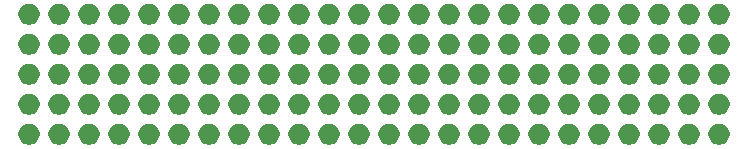
<source format=gbr>
G04 #@! TF.GenerationSoftware,KiCad,Pcbnew,5.1.5-52549c5~86~ubuntu18.04.1*
G04 #@! TF.CreationDate,2020-08-06T00:47:32-05:00*
G04 #@! TF.ProjectId,RAK_LORA_ADAPTABLE_NODE_BREAKOUT_2AA,52414b5f-4c4f-4524-915f-414441505441,rev?*
G04 #@! TF.SameCoordinates,Original*
G04 #@! TF.FileFunction,Soldermask,Bot*
G04 #@! TF.FilePolarity,Negative*
%FSLAX46Y46*%
G04 Gerber Fmt 4.6, Leading zero omitted, Abs format (unit mm)*
G04 Created by KiCad (PCBNEW 5.1.5-52549c5~86~ubuntu18.04.1) date 2020-08-06 00:47:32*
%MOMM*%
%LPD*%
G04 APERTURE LIST*
%ADD10C,0.100000*%
G04 APERTURE END LIST*
D10*
G36*
X160033512Y-110763927D02*
G01*
X160182812Y-110793624D01*
X160346784Y-110861544D01*
X160494354Y-110960147D01*
X160619853Y-111085646D01*
X160718456Y-111233216D01*
X160786376Y-111397188D01*
X160821000Y-111571259D01*
X160821000Y-111748741D01*
X160786376Y-111922812D01*
X160718456Y-112086784D01*
X160619853Y-112234354D01*
X160494354Y-112359853D01*
X160346784Y-112458456D01*
X160182812Y-112526376D01*
X160033512Y-112556073D01*
X160008742Y-112561000D01*
X159831258Y-112561000D01*
X159806488Y-112556073D01*
X159657188Y-112526376D01*
X159493216Y-112458456D01*
X159345646Y-112359853D01*
X159220147Y-112234354D01*
X159121544Y-112086784D01*
X159053624Y-111922812D01*
X159019000Y-111748741D01*
X159019000Y-111571259D01*
X159053624Y-111397188D01*
X159121544Y-111233216D01*
X159220147Y-111085646D01*
X159345646Y-110960147D01*
X159493216Y-110861544D01*
X159657188Y-110793624D01*
X159806488Y-110763927D01*
X159831258Y-110759000D01*
X160008742Y-110759000D01*
X160033512Y-110763927D01*
G37*
G36*
X121933512Y-110763927D02*
G01*
X122082812Y-110793624D01*
X122246784Y-110861544D01*
X122394354Y-110960147D01*
X122519853Y-111085646D01*
X122618456Y-111233216D01*
X122686376Y-111397188D01*
X122721000Y-111571259D01*
X122721000Y-111748741D01*
X122686376Y-111922812D01*
X122618456Y-112086784D01*
X122519853Y-112234354D01*
X122394354Y-112359853D01*
X122246784Y-112458456D01*
X122082812Y-112526376D01*
X121933512Y-112556073D01*
X121908742Y-112561000D01*
X121731258Y-112561000D01*
X121706488Y-112556073D01*
X121557188Y-112526376D01*
X121393216Y-112458456D01*
X121245646Y-112359853D01*
X121120147Y-112234354D01*
X121021544Y-112086784D01*
X120953624Y-111922812D01*
X120919000Y-111748741D01*
X120919000Y-111571259D01*
X120953624Y-111397188D01*
X121021544Y-111233216D01*
X121120147Y-111085646D01*
X121245646Y-110960147D01*
X121393216Y-110861544D01*
X121557188Y-110793624D01*
X121706488Y-110763927D01*
X121731258Y-110759000D01*
X121908742Y-110759000D01*
X121933512Y-110763927D01*
G37*
G36*
X137173512Y-110763927D02*
G01*
X137322812Y-110793624D01*
X137486784Y-110861544D01*
X137634354Y-110960147D01*
X137759853Y-111085646D01*
X137858456Y-111233216D01*
X137926376Y-111397188D01*
X137961000Y-111571259D01*
X137961000Y-111748741D01*
X137926376Y-111922812D01*
X137858456Y-112086784D01*
X137759853Y-112234354D01*
X137634354Y-112359853D01*
X137486784Y-112458456D01*
X137322812Y-112526376D01*
X137173512Y-112556073D01*
X137148742Y-112561000D01*
X136971258Y-112561000D01*
X136946488Y-112556073D01*
X136797188Y-112526376D01*
X136633216Y-112458456D01*
X136485646Y-112359853D01*
X136360147Y-112234354D01*
X136261544Y-112086784D01*
X136193624Y-111922812D01*
X136159000Y-111748741D01*
X136159000Y-111571259D01*
X136193624Y-111397188D01*
X136261544Y-111233216D01*
X136360147Y-111085646D01*
X136485646Y-110960147D01*
X136633216Y-110861544D01*
X136797188Y-110793624D01*
X136946488Y-110763927D01*
X136971258Y-110759000D01*
X137148742Y-110759000D01*
X137173512Y-110763927D01*
G37*
G36*
X134633512Y-110763927D02*
G01*
X134782812Y-110793624D01*
X134946784Y-110861544D01*
X135094354Y-110960147D01*
X135219853Y-111085646D01*
X135318456Y-111233216D01*
X135386376Y-111397188D01*
X135421000Y-111571259D01*
X135421000Y-111748741D01*
X135386376Y-111922812D01*
X135318456Y-112086784D01*
X135219853Y-112234354D01*
X135094354Y-112359853D01*
X134946784Y-112458456D01*
X134782812Y-112526376D01*
X134633512Y-112556073D01*
X134608742Y-112561000D01*
X134431258Y-112561000D01*
X134406488Y-112556073D01*
X134257188Y-112526376D01*
X134093216Y-112458456D01*
X133945646Y-112359853D01*
X133820147Y-112234354D01*
X133721544Y-112086784D01*
X133653624Y-111922812D01*
X133619000Y-111748741D01*
X133619000Y-111571259D01*
X133653624Y-111397188D01*
X133721544Y-111233216D01*
X133820147Y-111085646D01*
X133945646Y-110960147D01*
X134093216Y-110861544D01*
X134257188Y-110793624D01*
X134406488Y-110763927D01*
X134431258Y-110759000D01*
X134608742Y-110759000D01*
X134633512Y-110763927D01*
G37*
G36*
X132093512Y-110763927D02*
G01*
X132242812Y-110793624D01*
X132406784Y-110861544D01*
X132554354Y-110960147D01*
X132679853Y-111085646D01*
X132778456Y-111233216D01*
X132846376Y-111397188D01*
X132881000Y-111571259D01*
X132881000Y-111748741D01*
X132846376Y-111922812D01*
X132778456Y-112086784D01*
X132679853Y-112234354D01*
X132554354Y-112359853D01*
X132406784Y-112458456D01*
X132242812Y-112526376D01*
X132093512Y-112556073D01*
X132068742Y-112561000D01*
X131891258Y-112561000D01*
X131866488Y-112556073D01*
X131717188Y-112526376D01*
X131553216Y-112458456D01*
X131405646Y-112359853D01*
X131280147Y-112234354D01*
X131181544Y-112086784D01*
X131113624Y-111922812D01*
X131079000Y-111748741D01*
X131079000Y-111571259D01*
X131113624Y-111397188D01*
X131181544Y-111233216D01*
X131280147Y-111085646D01*
X131405646Y-110960147D01*
X131553216Y-110861544D01*
X131717188Y-110793624D01*
X131866488Y-110763927D01*
X131891258Y-110759000D01*
X132068742Y-110759000D01*
X132093512Y-110763927D01*
G37*
G36*
X129553512Y-110763927D02*
G01*
X129702812Y-110793624D01*
X129866784Y-110861544D01*
X130014354Y-110960147D01*
X130139853Y-111085646D01*
X130238456Y-111233216D01*
X130306376Y-111397188D01*
X130341000Y-111571259D01*
X130341000Y-111748741D01*
X130306376Y-111922812D01*
X130238456Y-112086784D01*
X130139853Y-112234354D01*
X130014354Y-112359853D01*
X129866784Y-112458456D01*
X129702812Y-112526376D01*
X129553512Y-112556073D01*
X129528742Y-112561000D01*
X129351258Y-112561000D01*
X129326488Y-112556073D01*
X129177188Y-112526376D01*
X129013216Y-112458456D01*
X128865646Y-112359853D01*
X128740147Y-112234354D01*
X128641544Y-112086784D01*
X128573624Y-111922812D01*
X128539000Y-111748741D01*
X128539000Y-111571259D01*
X128573624Y-111397188D01*
X128641544Y-111233216D01*
X128740147Y-111085646D01*
X128865646Y-110960147D01*
X129013216Y-110861544D01*
X129177188Y-110793624D01*
X129326488Y-110763927D01*
X129351258Y-110759000D01*
X129528742Y-110759000D01*
X129553512Y-110763927D01*
G37*
G36*
X101613512Y-110763927D02*
G01*
X101762812Y-110793624D01*
X101926784Y-110861544D01*
X102074354Y-110960147D01*
X102199853Y-111085646D01*
X102298456Y-111233216D01*
X102366376Y-111397188D01*
X102401000Y-111571259D01*
X102401000Y-111748741D01*
X102366376Y-111922812D01*
X102298456Y-112086784D01*
X102199853Y-112234354D01*
X102074354Y-112359853D01*
X101926784Y-112458456D01*
X101762812Y-112526376D01*
X101613512Y-112556073D01*
X101588742Y-112561000D01*
X101411258Y-112561000D01*
X101386488Y-112556073D01*
X101237188Y-112526376D01*
X101073216Y-112458456D01*
X100925646Y-112359853D01*
X100800147Y-112234354D01*
X100701544Y-112086784D01*
X100633624Y-111922812D01*
X100599000Y-111748741D01*
X100599000Y-111571259D01*
X100633624Y-111397188D01*
X100701544Y-111233216D01*
X100800147Y-111085646D01*
X100925646Y-110960147D01*
X101073216Y-110861544D01*
X101237188Y-110793624D01*
X101386488Y-110763927D01*
X101411258Y-110759000D01*
X101588742Y-110759000D01*
X101613512Y-110763927D01*
G37*
G36*
X104153512Y-110763927D02*
G01*
X104302812Y-110793624D01*
X104466784Y-110861544D01*
X104614354Y-110960147D01*
X104739853Y-111085646D01*
X104838456Y-111233216D01*
X104906376Y-111397188D01*
X104941000Y-111571259D01*
X104941000Y-111748741D01*
X104906376Y-111922812D01*
X104838456Y-112086784D01*
X104739853Y-112234354D01*
X104614354Y-112359853D01*
X104466784Y-112458456D01*
X104302812Y-112526376D01*
X104153512Y-112556073D01*
X104128742Y-112561000D01*
X103951258Y-112561000D01*
X103926488Y-112556073D01*
X103777188Y-112526376D01*
X103613216Y-112458456D01*
X103465646Y-112359853D01*
X103340147Y-112234354D01*
X103241544Y-112086784D01*
X103173624Y-111922812D01*
X103139000Y-111748741D01*
X103139000Y-111571259D01*
X103173624Y-111397188D01*
X103241544Y-111233216D01*
X103340147Y-111085646D01*
X103465646Y-110960147D01*
X103613216Y-110861544D01*
X103777188Y-110793624D01*
X103926488Y-110763927D01*
X103951258Y-110759000D01*
X104128742Y-110759000D01*
X104153512Y-110763927D01*
G37*
G36*
X106693512Y-110763927D02*
G01*
X106842812Y-110793624D01*
X107006784Y-110861544D01*
X107154354Y-110960147D01*
X107279853Y-111085646D01*
X107378456Y-111233216D01*
X107446376Y-111397188D01*
X107481000Y-111571259D01*
X107481000Y-111748741D01*
X107446376Y-111922812D01*
X107378456Y-112086784D01*
X107279853Y-112234354D01*
X107154354Y-112359853D01*
X107006784Y-112458456D01*
X106842812Y-112526376D01*
X106693512Y-112556073D01*
X106668742Y-112561000D01*
X106491258Y-112561000D01*
X106466488Y-112556073D01*
X106317188Y-112526376D01*
X106153216Y-112458456D01*
X106005646Y-112359853D01*
X105880147Y-112234354D01*
X105781544Y-112086784D01*
X105713624Y-111922812D01*
X105679000Y-111748741D01*
X105679000Y-111571259D01*
X105713624Y-111397188D01*
X105781544Y-111233216D01*
X105880147Y-111085646D01*
X106005646Y-110960147D01*
X106153216Y-110861544D01*
X106317188Y-110793624D01*
X106466488Y-110763927D01*
X106491258Y-110759000D01*
X106668742Y-110759000D01*
X106693512Y-110763927D01*
G37*
G36*
X109233512Y-110763927D02*
G01*
X109382812Y-110793624D01*
X109546784Y-110861544D01*
X109694354Y-110960147D01*
X109819853Y-111085646D01*
X109918456Y-111233216D01*
X109986376Y-111397188D01*
X110021000Y-111571259D01*
X110021000Y-111748741D01*
X109986376Y-111922812D01*
X109918456Y-112086784D01*
X109819853Y-112234354D01*
X109694354Y-112359853D01*
X109546784Y-112458456D01*
X109382812Y-112526376D01*
X109233512Y-112556073D01*
X109208742Y-112561000D01*
X109031258Y-112561000D01*
X109006488Y-112556073D01*
X108857188Y-112526376D01*
X108693216Y-112458456D01*
X108545646Y-112359853D01*
X108420147Y-112234354D01*
X108321544Y-112086784D01*
X108253624Y-111922812D01*
X108219000Y-111748741D01*
X108219000Y-111571259D01*
X108253624Y-111397188D01*
X108321544Y-111233216D01*
X108420147Y-111085646D01*
X108545646Y-110960147D01*
X108693216Y-110861544D01*
X108857188Y-110793624D01*
X109006488Y-110763927D01*
X109031258Y-110759000D01*
X109208742Y-110759000D01*
X109233512Y-110763927D01*
G37*
G36*
X111773512Y-110763927D02*
G01*
X111922812Y-110793624D01*
X112086784Y-110861544D01*
X112234354Y-110960147D01*
X112359853Y-111085646D01*
X112458456Y-111233216D01*
X112526376Y-111397188D01*
X112561000Y-111571259D01*
X112561000Y-111748741D01*
X112526376Y-111922812D01*
X112458456Y-112086784D01*
X112359853Y-112234354D01*
X112234354Y-112359853D01*
X112086784Y-112458456D01*
X111922812Y-112526376D01*
X111773512Y-112556073D01*
X111748742Y-112561000D01*
X111571258Y-112561000D01*
X111546488Y-112556073D01*
X111397188Y-112526376D01*
X111233216Y-112458456D01*
X111085646Y-112359853D01*
X110960147Y-112234354D01*
X110861544Y-112086784D01*
X110793624Y-111922812D01*
X110759000Y-111748741D01*
X110759000Y-111571259D01*
X110793624Y-111397188D01*
X110861544Y-111233216D01*
X110960147Y-111085646D01*
X111085646Y-110960147D01*
X111233216Y-110861544D01*
X111397188Y-110793624D01*
X111546488Y-110763927D01*
X111571258Y-110759000D01*
X111748742Y-110759000D01*
X111773512Y-110763927D01*
G37*
G36*
X114313512Y-110763927D02*
G01*
X114462812Y-110793624D01*
X114626784Y-110861544D01*
X114774354Y-110960147D01*
X114899853Y-111085646D01*
X114998456Y-111233216D01*
X115066376Y-111397188D01*
X115101000Y-111571259D01*
X115101000Y-111748741D01*
X115066376Y-111922812D01*
X114998456Y-112086784D01*
X114899853Y-112234354D01*
X114774354Y-112359853D01*
X114626784Y-112458456D01*
X114462812Y-112526376D01*
X114313512Y-112556073D01*
X114288742Y-112561000D01*
X114111258Y-112561000D01*
X114086488Y-112556073D01*
X113937188Y-112526376D01*
X113773216Y-112458456D01*
X113625646Y-112359853D01*
X113500147Y-112234354D01*
X113401544Y-112086784D01*
X113333624Y-111922812D01*
X113299000Y-111748741D01*
X113299000Y-111571259D01*
X113333624Y-111397188D01*
X113401544Y-111233216D01*
X113500147Y-111085646D01*
X113625646Y-110960147D01*
X113773216Y-110861544D01*
X113937188Y-110793624D01*
X114086488Y-110763927D01*
X114111258Y-110759000D01*
X114288742Y-110759000D01*
X114313512Y-110763927D01*
G37*
G36*
X116853512Y-110763927D02*
G01*
X117002812Y-110793624D01*
X117166784Y-110861544D01*
X117314354Y-110960147D01*
X117439853Y-111085646D01*
X117538456Y-111233216D01*
X117606376Y-111397188D01*
X117641000Y-111571259D01*
X117641000Y-111748741D01*
X117606376Y-111922812D01*
X117538456Y-112086784D01*
X117439853Y-112234354D01*
X117314354Y-112359853D01*
X117166784Y-112458456D01*
X117002812Y-112526376D01*
X116853512Y-112556073D01*
X116828742Y-112561000D01*
X116651258Y-112561000D01*
X116626488Y-112556073D01*
X116477188Y-112526376D01*
X116313216Y-112458456D01*
X116165646Y-112359853D01*
X116040147Y-112234354D01*
X115941544Y-112086784D01*
X115873624Y-111922812D01*
X115839000Y-111748741D01*
X115839000Y-111571259D01*
X115873624Y-111397188D01*
X115941544Y-111233216D01*
X116040147Y-111085646D01*
X116165646Y-110960147D01*
X116313216Y-110861544D01*
X116477188Y-110793624D01*
X116626488Y-110763927D01*
X116651258Y-110759000D01*
X116828742Y-110759000D01*
X116853512Y-110763927D01*
G37*
G36*
X124473512Y-110763927D02*
G01*
X124622812Y-110793624D01*
X124786784Y-110861544D01*
X124934354Y-110960147D01*
X125059853Y-111085646D01*
X125158456Y-111233216D01*
X125226376Y-111397188D01*
X125261000Y-111571259D01*
X125261000Y-111748741D01*
X125226376Y-111922812D01*
X125158456Y-112086784D01*
X125059853Y-112234354D01*
X124934354Y-112359853D01*
X124786784Y-112458456D01*
X124622812Y-112526376D01*
X124473512Y-112556073D01*
X124448742Y-112561000D01*
X124271258Y-112561000D01*
X124246488Y-112556073D01*
X124097188Y-112526376D01*
X123933216Y-112458456D01*
X123785646Y-112359853D01*
X123660147Y-112234354D01*
X123561544Y-112086784D01*
X123493624Y-111922812D01*
X123459000Y-111748741D01*
X123459000Y-111571259D01*
X123493624Y-111397188D01*
X123561544Y-111233216D01*
X123660147Y-111085646D01*
X123785646Y-110960147D01*
X123933216Y-110861544D01*
X124097188Y-110793624D01*
X124246488Y-110763927D01*
X124271258Y-110759000D01*
X124448742Y-110759000D01*
X124473512Y-110763927D01*
G37*
G36*
X119393512Y-110763927D02*
G01*
X119542812Y-110793624D01*
X119706784Y-110861544D01*
X119854354Y-110960147D01*
X119979853Y-111085646D01*
X120078456Y-111233216D01*
X120146376Y-111397188D01*
X120181000Y-111571259D01*
X120181000Y-111748741D01*
X120146376Y-111922812D01*
X120078456Y-112086784D01*
X119979853Y-112234354D01*
X119854354Y-112359853D01*
X119706784Y-112458456D01*
X119542812Y-112526376D01*
X119393512Y-112556073D01*
X119368742Y-112561000D01*
X119191258Y-112561000D01*
X119166488Y-112556073D01*
X119017188Y-112526376D01*
X118853216Y-112458456D01*
X118705646Y-112359853D01*
X118580147Y-112234354D01*
X118481544Y-112086784D01*
X118413624Y-111922812D01*
X118379000Y-111748741D01*
X118379000Y-111571259D01*
X118413624Y-111397188D01*
X118481544Y-111233216D01*
X118580147Y-111085646D01*
X118705646Y-110960147D01*
X118853216Y-110861544D01*
X119017188Y-110793624D01*
X119166488Y-110763927D01*
X119191258Y-110759000D01*
X119368742Y-110759000D01*
X119393512Y-110763927D01*
G37*
G36*
X157493512Y-110763927D02*
G01*
X157642812Y-110793624D01*
X157806784Y-110861544D01*
X157954354Y-110960147D01*
X158079853Y-111085646D01*
X158178456Y-111233216D01*
X158246376Y-111397188D01*
X158281000Y-111571259D01*
X158281000Y-111748741D01*
X158246376Y-111922812D01*
X158178456Y-112086784D01*
X158079853Y-112234354D01*
X157954354Y-112359853D01*
X157806784Y-112458456D01*
X157642812Y-112526376D01*
X157493512Y-112556073D01*
X157468742Y-112561000D01*
X157291258Y-112561000D01*
X157266488Y-112556073D01*
X157117188Y-112526376D01*
X156953216Y-112458456D01*
X156805646Y-112359853D01*
X156680147Y-112234354D01*
X156581544Y-112086784D01*
X156513624Y-111922812D01*
X156479000Y-111748741D01*
X156479000Y-111571259D01*
X156513624Y-111397188D01*
X156581544Y-111233216D01*
X156680147Y-111085646D01*
X156805646Y-110960147D01*
X156953216Y-110861544D01*
X157117188Y-110793624D01*
X157266488Y-110763927D01*
X157291258Y-110759000D01*
X157468742Y-110759000D01*
X157493512Y-110763927D01*
G37*
G36*
X154953512Y-110763927D02*
G01*
X155102812Y-110793624D01*
X155266784Y-110861544D01*
X155414354Y-110960147D01*
X155539853Y-111085646D01*
X155638456Y-111233216D01*
X155706376Y-111397188D01*
X155741000Y-111571259D01*
X155741000Y-111748741D01*
X155706376Y-111922812D01*
X155638456Y-112086784D01*
X155539853Y-112234354D01*
X155414354Y-112359853D01*
X155266784Y-112458456D01*
X155102812Y-112526376D01*
X154953512Y-112556073D01*
X154928742Y-112561000D01*
X154751258Y-112561000D01*
X154726488Y-112556073D01*
X154577188Y-112526376D01*
X154413216Y-112458456D01*
X154265646Y-112359853D01*
X154140147Y-112234354D01*
X154041544Y-112086784D01*
X153973624Y-111922812D01*
X153939000Y-111748741D01*
X153939000Y-111571259D01*
X153973624Y-111397188D01*
X154041544Y-111233216D01*
X154140147Y-111085646D01*
X154265646Y-110960147D01*
X154413216Y-110861544D01*
X154577188Y-110793624D01*
X154726488Y-110763927D01*
X154751258Y-110759000D01*
X154928742Y-110759000D01*
X154953512Y-110763927D01*
G37*
G36*
X152413512Y-110763927D02*
G01*
X152562812Y-110793624D01*
X152726784Y-110861544D01*
X152874354Y-110960147D01*
X152999853Y-111085646D01*
X153098456Y-111233216D01*
X153166376Y-111397188D01*
X153201000Y-111571259D01*
X153201000Y-111748741D01*
X153166376Y-111922812D01*
X153098456Y-112086784D01*
X152999853Y-112234354D01*
X152874354Y-112359853D01*
X152726784Y-112458456D01*
X152562812Y-112526376D01*
X152413512Y-112556073D01*
X152388742Y-112561000D01*
X152211258Y-112561000D01*
X152186488Y-112556073D01*
X152037188Y-112526376D01*
X151873216Y-112458456D01*
X151725646Y-112359853D01*
X151600147Y-112234354D01*
X151501544Y-112086784D01*
X151433624Y-111922812D01*
X151399000Y-111748741D01*
X151399000Y-111571259D01*
X151433624Y-111397188D01*
X151501544Y-111233216D01*
X151600147Y-111085646D01*
X151725646Y-110960147D01*
X151873216Y-110861544D01*
X152037188Y-110793624D01*
X152186488Y-110763927D01*
X152211258Y-110759000D01*
X152388742Y-110759000D01*
X152413512Y-110763927D01*
G37*
G36*
X149873512Y-110763927D02*
G01*
X150022812Y-110793624D01*
X150186784Y-110861544D01*
X150334354Y-110960147D01*
X150459853Y-111085646D01*
X150558456Y-111233216D01*
X150626376Y-111397188D01*
X150661000Y-111571259D01*
X150661000Y-111748741D01*
X150626376Y-111922812D01*
X150558456Y-112086784D01*
X150459853Y-112234354D01*
X150334354Y-112359853D01*
X150186784Y-112458456D01*
X150022812Y-112526376D01*
X149873512Y-112556073D01*
X149848742Y-112561000D01*
X149671258Y-112561000D01*
X149646488Y-112556073D01*
X149497188Y-112526376D01*
X149333216Y-112458456D01*
X149185646Y-112359853D01*
X149060147Y-112234354D01*
X148961544Y-112086784D01*
X148893624Y-111922812D01*
X148859000Y-111748741D01*
X148859000Y-111571259D01*
X148893624Y-111397188D01*
X148961544Y-111233216D01*
X149060147Y-111085646D01*
X149185646Y-110960147D01*
X149333216Y-110861544D01*
X149497188Y-110793624D01*
X149646488Y-110763927D01*
X149671258Y-110759000D01*
X149848742Y-110759000D01*
X149873512Y-110763927D01*
G37*
G36*
X144793512Y-110763927D02*
G01*
X144942812Y-110793624D01*
X145106784Y-110861544D01*
X145254354Y-110960147D01*
X145379853Y-111085646D01*
X145478456Y-111233216D01*
X145546376Y-111397188D01*
X145581000Y-111571259D01*
X145581000Y-111748741D01*
X145546376Y-111922812D01*
X145478456Y-112086784D01*
X145379853Y-112234354D01*
X145254354Y-112359853D01*
X145106784Y-112458456D01*
X144942812Y-112526376D01*
X144793512Y-112556073D01*
X144768742Y-112561000D01*
X144591258Y-112561000D01*
X144566488Y-112556073D01*
X144417188Y-112526376D01*
X144253216Y-112458456D01*
X144105646Y-112359853D01*
X143980147Y-112234354D01*
X143881544Y-112086784D01*
X143813624Y-111922812D01*
X143779000Y-111748741D01*
X143779000Y-111571259D01*
X143813624Y-111397188D01*
X143881544Y-111233216D01*
X143980147Y-111085646D01*
X144105646Y-110960147D01*
X144253216Y-110861544D01*
X144417188Y-110793624D01*
X144566488Y-110763927D01*
X144591258Y-110759000D01*
X144768742Y-110759000D01*
X144793512Y-110763927D01*
G37*
G36*
X142253512Y-110763927D02*
G01*
X142402812Y-110793624D01*
X142566784Y-110861544D01*
X142714354Y-110960147D01*
X142839853Y-111085646D01*
X142938456Y-111233216D01*
X143006376Y-111397188D01*
X143041000Y-111571259D01*
X143041000Y-111748741D01*
X143006376Y-111922812D01*
X142938456Y-112086784D01*
X142839853Y-112234354D01*
X142714354Y-112359853D01*
X142566784Y-112458456D01*
X142402812Y-112526376D01*
X142253512Y-112556073D01*
X142228742Y-112561000D01*
X142051258Y-112561000D01*
X142026488Y-112556073D01*
X141877188Y-112526376D01*
X141713216Y-112458456D01*
X141565646Y-112359853D01*
X141440147Y-112234354D01*
X141341544Y-112086784D01*
X141273624Y-111922812D01*
X141239000Y-111748741D01*
X141239000Y-111571259D01*
X141273624Y-111397188D01*
X141341544Y-111233216D01*
X141440147Y-111085646D01*
X141565646Y-110960147D01*
X141713216Y-110861544D01*
X141877188Y-110793624D01*
X142026488Y-110763927D01*
X142051258Y-110759000D01*
X142228742Y-110759000D01*
X142253512Y-110763927D01*
G37*
G36*
X139713512Y-110763927D02*
G01*
X139862812Y-110793624D01*
X140026784Y-110861544D01*
X140174354Y-110960147D01*
X140299853Y-111085646D01*
X140398456Y-111233216D01*
X140466376Y-111397188D01*
X140501000Y-111571259D01*
X140501000Y-111748741D01*
X140466376Y-111922812D01*
X140398456Y-112086784D01*
X140299853Y-112234354D01*
X140174354Y-112359853D01*
X140026784Y-112458456D01*
X139862812Y-112526376D01*
X139713512Y-112556073D01*
X139688742Y-112561000D01*
X139511258Y-112561000D01*
X139486488Y-112556073D01*
X139337188Y-112526376D01*
X139173216Y-112458456D01*
X139025646Y-112359853D01*
X138900147Y-112234354D01*
X138801544Y-112086784D01*
X138733624Y-111922812D01*
X138699000Y-111748741D01*
X138699000Y-111571259D01*
X138733624Y-111397188D01*
X138801544Y-111233216D01*
X138900147Y-111085646D01*
X139025646Y-110960147D01*
X139173216Y-110861544D01*
X139337188Y-110793624D01*
X139486488Y-110763927D01*
X139511258Y-110759000D01*
X139688742Y-110759000D01*
X139713512Y-110763927D01*
G37*
G36*
X127013512Y-110763927D02*
G01*
X127162812Y-110793624D01*
X127326784Y-110861544D01*
X127474354Y-110960147D01*
X127599853Y-111085646D01*
X127698456Y-111233216D01*
X127766376Y-111397188D01*
X127801000Y-111571259D01*
X127801000Y-111748741D01*
X127766376Y-111922812D01*
X127698456Y-112086784D01*
X127599853Y-112234354D01*
X127474354Y-112359853D01*
X127326784Y-112458456D01*
X127162812Y-112526376D01*
X127013512Y-112556073D01*
X126988742Y-112561000D01*
X126811258Y-112561000D01*
X126786488Y-112556073D01*
X126637188Y-112526376D01*
X126473216Y-112458456D01*
X126325646Y-112359853D01*
X126200147Y-112234354D01*
X126101544Y-112086784D01*
X126033624Y-111922812D01*
X125999000Y-111748741D01*
X125999000Y-111571259D01*
X126033624Y-111397188D01*
X126101544Y-111233216D01*
X126200147Y-111085646D01*
X126325646Y-110960147D01*
X126473216Y-110861544D01*
X126637188Y-110793624D01*
X126786488Y-110763927D01*
X126811258Y-110759000D01*
X126988742Y-110759000D01*
X127013512Y-110763927D01*
G37*
G36*
X147333512Y-110763927D02*
G01*
X147482812Y-110793624D01*
X147646784Y-110861544D01*
X147794354Y-110960147D01*
X147919853Y-111085646D01*
X148018456Y-111233216D01*
X148086376Y-111397188D01*
X148121000Y-111571259D01*
X148121000Y-111748741D01*
X148086376Y-111922812D01*
X148018456Y-112086784D01*
X147919853Y-112234354D01*
X147794354Y-112359853D01*
X147646784Y-112458456D01*
X147482812Y-112526376D01*
X147333512Y-112556073D01*
X147308742Y-112561000D01*
X147131258Y-112561000D01*
X147106488Y-112556073D01*
X146957188Y-112526376D01*
X146793216Y-112458456D01*
X146645646Y-112359853D01*
X146520147Y-112234354D01*
X146421544Y-112086784D01*
X146353624Y-111922812D01*
X146319000Y-111748741D01*
X146319000Y-111571259D01*
X146353624Y-111397188D01*
X146421544Y-111233216D01*
X146520147Y-111085646D01*
X146645646Y-110960147D01*
X146793216Y-110861544D01*
X146957188Y-110793624D01*
X147106488Y-110763927D01*
X147131258Y-110759000D01*
X147308742Y-110759000D01*
X147333512Y-110763927D01*
G37*
G36*
X124473512Y-108223927D02*
G01*
X124622812Y-108253624D01*
X124786784Y-108321544D01*
X124934354Y-108420147D01*
X125059853Y-108545646D01*
X125158456Y-108693216D01*
X125226376Y-108857188D01*
X125261000Y-109031259D01*
X125261000Y-109208741D01*
X125226376Y-109382812D01*
X125158456Y-109546784D01*
X125059853Y-109694354D01*
X124934354Y-109819853D01*
X124786784Y-109918456D01*
X124622812Y-109986376D01*
X124473512Y-110016073D01*
X124448742Y-110021000D01*
X124271258Y-110021000D01*
X124246488Y-110016073D01*
X124097188Y-109986376D01*
X123933216Y-109918456D01*
X123785646Y-109819853D01*
X123660147Y-109694354D01*
X123561544Y-109546784D01*
X123493624Y-109382812D01*
X123459000Y-109208741D01*
X123459000Y-109031259D01*
X123493624Y-108857188D01*
X123561544Y-108693216D01*
X123660147Y-108545646D01*
X123785646Y-108420147D01*
X123933216Y-108321544D01*
X124097188Y-108253624D01*
X124246488Y-108223927D01*
X124271258Y-108219000D01*
X124448742Y-108219000D01*
X124473512Y-108223927D01*
G37*
G36*
X127013512Y-108223927D02*
G01*
X127162812Y-108253624D01*
X127326784Y-108321544D01*
X127474354Y-108420147D01*
X127599853Y-108545646D01*
X127698456Y-108693216D01*
X127766376Y-108857188D01*
X127801000Y-109031259D01*
X127801000Y-109208741D01*
X127766376Y-109382812D01*
X127698456Y-109546784D01*
X127599853Y-109694354D01*
X127474354Y-109819853D01*
X127326784Y-109918456D01*
X127162812Y-109986376D01*
X127013512Y-110016073D01*
X126988742Y-110021000D01*
X126811258Y-110021000D01*
X126786488Y-110016073D01*
X126637188Y-109986376D01*
X126473216Y-109918456D01*
X126325646Y-109819853D01*
X126200147Y-109694354D01*
X126101544Y-109546784D01*
X126033624Y-109382812D01*
X125999000Y-109208741D01*
X125999000Y-109031259D01*
X126033624Y-108857188D01*
X126101544Y-108693216D01*
X126200147Y-108545646D01*
X126325646Y-108420147D01*
X126473216Y-108321544D01*
X126637188Y-108253624D01*
X126786488Y-108223927D01*
X126811258Y-108219000D01*
X126988742Y-108219000D01*
X127013512Y-108223927D01*
G37*
G36*
X139713512Y-108223927D02*
G01*
X139862812Y-108253624D01*
X140026784Y-108321544D01*
X140174354Y-108420147D01*
X140299853Y-108545646D01*
X140398456Y-108693216D01*
X140466376Y-108857188D01*
X140501000Y-109031259D01*
X140501000Y-109208741D01*
X140466376Y-109382812D01*
X140398456Y-109546784D01*
X140299853Y-109694354D01*
X140174354Y-109819853D01*
X140026784Y-109918456D01*
X139862812Y-109986376D01*
X139713512Y-110016073D01*
X139688742Y-110021000D01*
X139511258Y-110021000D01*
X139486488Y-110016073D01*
X139337188Y-109986376D01*
X139173216Y-109918456D01*
X139025646Y-109819853D01*
X138900147Y-109694354D01*
X138801544Y-109546784D01*
X138733624Y-109382812D01*
X138699000Y-109208741D01*
X138699000Y-109031259D01*
X138733624Y-108857188D01*
X138801544Y-108693216D01*
X138900147Y-108545646D01*
X139025646Y-108420147D01*
X139173216Y-108321544D01*
X139337188Y-108253624D01*
X139486488Y-108223927D01*
X139511258Y-108219000D01*
X139688742Y-108219000D01*
X139713512Y-108223927D01*
G37*
G36*
X134633512Y-108223927D02*
G01*
X134782812Y-108253624D01*
X134946784Y-108321544D01*
X135094354Y-108420147D01*
X135219853Y-108545646D01*
X135318456Y-108693216D01*
X135386376Y-108857188D01*
X135421000Y-109031259D01*
X135421000Y-109208741D01*
X135386376Y-109382812D01*
X135318456Y-109546784D01*
X135219853Y-109694354D01*
X135094354Y-109819853D01*
X134946784Y-109918456D01*
X134782812Y-109986376D01*
X134633512Y-110016073D01*
X134608742Y-110021000D01*
X134431258Y-110021000D01*
X134406488Y-110016073D01*
X134257188Y-109986376D01*
X134093216Y-109918456D01*
X133945646Y-109819853D01*
X133820147Y-109694354D01*
X133721544Y-109546784D01*
X133653624Y-109382812D01*
X133619000Y-109208741D01*
X133619000Y-109031259D01*
X133653624Y-108857188D01*
X133721544Y-108693216D01*
X133820147Y-108545646D01*
X133945646Y-108420147D01*
X134093216Y-108321544D01*
X134257188Y-108253624D01*
X134406488Y-108223927D01*
X134431258Y-108219000D01*
X134608742Y-108219000D01*
X134633512Y-108223927D01*
G37*
G36*
X142253512Y-108223927D02*
G01*
X142402812Y-108253624D01*
X142566784Y-108321544D01*
X142714354Y-108420147D01*
X142839853Y-108545646D01*
X142938456Y-108693216D01*
X143006376Y-108857188D01*
X143041000Y-109031259D01*
X143041000Y-109208741D01*
X143006376Y-109382812D01*
X142938456Y-109546784D01*
X142839853Y-109694354D01*
X142714354Y-109819853D01*
X142566784Y-109918456D01*
X142402812Y-109986376D01*
X142253512Y-110016073D01*
X142228742Y-110021000D01*
X142051258Y-110021000D01*
X142026488Y-110016073D01*
X141877188Y-109986376D01*
X141713216Y-109918456D01*
X141565646Y-109819853D01*
X141440147Y-109694354D01*
X141341544Y-109546784D01*
X141273624Y-109382812D01*
X141239000Y-109208741D01*
X141239000Y-109031259D01*
X141273624Y-108857188D01*
X141341544Y-108693216D01*
X141440147Y-108545646D01*
X141565646Y-108420147D01*
X141713216Y-108321544D01*
X141877188Y-108253624D01*
X142026488Y-108223927D01*
X142051258Y-108219000D01*
X142228742Y-108219000D01*
X142253512Y-108223927D01*
G37*
G36*
X144793512Y-108223927D02*
G01*
X144942812Y-108253624D01*
X145106784Y-108321544D01*
X145254354Y-108420147D01*
X145379853Y-108545646D01*
X145478456Y-108693216D01*
X145546376Y-108857188D01*
X145581000Y-109031259D01*
X145581000Y-109208741D01*
X145546376Y-109382812D01*
X145478456Y-109546784D01*
X145379853Y-109694354D01*
X145254354Y-109819853D01*
X145106784Y-109918456D01*
X144942812Y-109986376D01*
X144793512Y-110016073D01*
X144768742Y-110021000D01*
X144591258Y-110021000D01*
X144566488Y-110016073D01*
X144417188Y-109986376D01*
X144253216Y-109918456D01*
X144105646Y-109819853D01*
X143980147Y-109694354D01*
X143881544Y-109546784D01*
X143813624Y-109382812D01*
X143779000Y-109208741D01*
X143779000Y-109031259D01*
X143813624Y-108857188D01*
X143881544Y-108693216D01*
X143980147Y-108545646D01*
X144105646Y-108420147D01*
X144253216Y-108321544D01*
X144417188Y-108253624D01*
X144566488Y-108223927D01*
X144591258Y-108219000D01*
X144768742Y-108219000D01*
X144793512Y-108223927D01*
G37*
G36*
X147333512Y-108223927D02*
G01*
X147482812Y-108253624D01*
X147646784Y-108321544D01*
X147794354Y-108420147D01*
X147919853Y-108545646D01*
X148018456Y-108693216D01*
X148086376Y-108857188D01*
X148121000Y-109031259D01*
X148121000Y-109208741D01*
X148086376Y-109382812D01*
X148018456Y-109546784D01*
X147919853Y-109694354D01*
X147794354Y-109819853D01*
X147646784Y-109918456D01*
X147482812Y-109986376D01*
X147333512Y-110016073D01*
X147308742Y-110021000D01*
X147131258Y-110021000D01*
X147106488Y-110016073D01*
X146957188Y-109986376D01*
X146793216Y-109918456D01*
X146645646Y-109819853D01*
X146520147Y-109694354D01*
X146421544Y-109546784D01*
X146353624Y-109382812D01*
X146319000Y-109208741D01*
X146319000Y-109031259D01*
X146353624Y-108857188D01*
X146421544Y-108693216D01*
X146520147Y-108545646D01*
X146645646Y-108420147D01*
X146793216Y-108321544D01*
X146957188Y-108253624D01*
X147106488Y-108223927D01*
X147131258Y-108219000D01*
X147308742Y-108219000D01*
X147333512Y-108223927D01*
G37*
G36*
X149873512Y-108223927D02*
G01*
X150022812Y-108253624D01*
X150186784Y-108321544D01*
X150334354Y-108420147D01*
X150459853Y-108545646D01*
X150558456Y-108693216D01*
X150626376Y-108857188D01*
X150661000Y-109031259D01*
X150661000Y-109208741D01*
X150626376Y-109382812D01*
X150558456Y-109546784D01*
X150459853Y-109694354D01*
X150334354Y-109819853D01*
X150186784Y-109918456D01*
X150022812Y-109986376D01*
X149873512Y-110016073D01*
X149848742Y-110021000D01*
X149671258Y-110021000D01*
X149646488Y-110016073D01*
X149497188Y-109986376D01*
X149333216Y-109918456D01*
X149185646Y-109819853D01*
X149060147Y-109694354D01*
X148961544Y-109546784D01*
X148893624Y-109382812D01*
X148859000Y-109208741D01*
X148859000Y-109031259D01*
X148893624Y-108857188D01*
X148961544Y-108693216D01*
X149060147Y-108545646D01*
X149185646Y-108420147D01*
X149333216Y-108321544D01*
X149497188Y-108253624D01*
X149646488Y-108223927D01*
X149671258Y-108219000D01*
X149848742Y-108219000D01*
X149873512Y-108223927D01*
G37*
G36*
X152413512Y-108223927D02*
G01*
X152562812Y-108253624D01*
X152726784Y-108321544D01*
X152874354Y-108420147D01*
X152999853Y-108545646D01*
X153098456Y-108693216D01*
X153166376Y-108857188D01*
X153201000Y-109031259D01*
X153201000Y-109208741D01*
X153166376Y-109382812D01*
X153098456Y-109546784D01*
X152999853Y-109694354D01*
X152874354Y-109819853D01*
X152726784Y-109918456D01*
X152562812Y-109986376D01*
X152413512Y-110016073D01*
X152388742Y-110021000D01*
X152211258Y-110021000D01*
X152186488Y-110016073D01*
X152037188Y-109986376D01*
X151873216Y-109918456D01*
X151725646Y-109819853D01*
X151600147Y-109694354D01*
X151501544Y-109546784D01*
X151433624Y-109382812D01*
X151399000Y-109208741D01*
X151399000Y-109031259D01*
X151433624Y-108857188D01*
X151501544Y-108693216D01*
X151600147Y-108545646D01*
X151725646Y-108420147D01*
X151873216Y-108321544D01*
X152037188Y-108253624D01*
X152186488Y-108223927D01*
X152211258Y-108219000D01*
X152388742Y-108219000D01*
X152413512Y-108223927D01*
G37*
G36*
X154953512Y-108223927D02*
G01*
X155102812Y-108253624D01*
X155266784Y-108321544D01*
X155414354Y-108420147D01*
X155539853Y-108545646D01*
X155638456Y-108693216D01*
X155706376Y-108857188D01*
X155741000Y-109031259D01*
X155741000Y-109208741D01*
X155706376Y-109382812D01*
X155638456Y-109546784D01*
X155539853Y-109694354D01*
X155414354Y-109819853D01*
X155266784Y-109918456D01*
X155102812Y-109986376D01*
X154953512Y-110016073D01*
X154928742Y-110021000D01*
X154751258Y-110021000D01*
X154726488Y-110016073D01*
X154577188Y-109986376D01*
X154413216Y-109918456D01*
X154265646Y-109819853D01*
X154140147Y-109694354D01*
X154041544Y-109546784D01*
X153973624Y-109382812D01*
X153939000Y-109208741D01*
X153939000Y-109031259D01*
X153973624Y-108857188D01*
X154041544Y-108693216D01*
X154140147Y-108545646D01*
X154265646Y-108420147D01*
X154413216Y-108321544D01*
X154577188Y-108253624D01*
X154726488Y-108223927D01*
X154751258Y-108219000D01*
X154928742Y-108219000D01*
X154953512Y-108223927D01*
G37*
G36*
X157493512Y-108223927D02*
G01*
X157642812Y-108253624D01*
X157806784Y-108321544D01*
X157954354Y-108420147D01*
X158079853Y-108545646D01*
X158178456Y-108693216D01*
X158246376Y-108857188D01*
X158281000Y-109031259D01*
X158281000Y-109208741D01*
X158246376Y-109382812D01*
X158178456Y-109546784D01*
X158079853Y-109694354D01*
X157954354Y-109819853D01*
X157806784Y-109918456D01*
X157642812Y-109986376D01*
X157493512Y-110016073D01*
X157468742Y-110021000D01*
X157291258Y-110021000D01*
X157266488Y-110016073D01*
X157117188Y-109986376D01*
X156953216Y-109918456D01*
X156805646Y-109819853D01*
X156680147Y-109694354D01*
X156581544Y-109546784D01*
X156513624Y-109382812D01*
X156479000Y-109208741D01*
X156479000Y-109031259D01*
X156513624Y-108857188D01*
X156581544Y-108693216D01*
X156680147Y-108545646D01*
X156805646Y-108420147D01*
X156953216Y-108321544D01*
X157117188Y-108253624D01*
X157266488Y-108223927D01*
X157291258Y-108219000D01*
X157468742Y-108219000D01*
X157493512Y-108223927D01*
G37*
G36*
X160033512Y-108223927D02*
G01*
X160182812Y-108253624D01*
X160346784Y-108321544D01*
X160494354Y-108420147D01*
X160619853Y-108545646D01*
X160718456Y-108693216D01*
X160786376Y-108857188D01*
X160821000Y-109031259D01*
X160821000Y-109208741D01*
X160786376Y-109382812D01*
X160718456Y-109546784D01*
X160619853Y-109694354D01*
X160494354Y-109819853D01*
X160346784Y-109918456D01*
X160182812Y-109986376D01*
X160033512Y-110016073D01*
X160008742Y-110021000D01*
X159831258Y-110021000D01*
X159806488Y-110016073D01*
X159657188Y-109986376D01*
X159493216Y-109918456D01*
X159345646Y-109819853D01*
X159220147Y-109694354D01*
X159121544Y-109546784D01*
X159053624Y-109382812D01*
X159019000Y-109208741D01*
X159019000Y-109031259D01*
X159053624Y-108857188D01*
X159121544Y-108693216D01*
X159220147Y-108545646D01*
X159345646Y-108420147D01*
X159493216Y-108321544D01*
X159657188Y-108253624D01*
X159806488Y-108223927D01*
X159831258Y-108219000D01*
X160008742Y-108219000D01*
X160033512Y-108223927D01*
G37*
G36*
X119393512Y-108223927D02*
G01*
X119542812Y-108253624D01*
X119706784Y-108321544D01*
X119854354Y-108420147D01*
X119979853Y-108545646D01*
X120078456Y-108693216D01*
X120146376Y-108857188D01*
X120181000Y-109031259D01*
X120181000Y-109208741D01*
X120146376Y-109382812D01*
X120078456Y-109546784D01*
X119979853Y-109694354D01*
X119854354Y-109819853D01*
X119706784Y-109918456D01*
X119542812Y-109986376D01*
X119393512Y-110016073D01*
X119368742Y-110021000D01*
X119191258Y-110021000D01*
X119166488Y-110016073D01*
X119017188Y-109986376D01*
X118853216Y-109918456D01*
X118705646Y-109819853D01*
X118580147Y-109694354D01*
X118481544Y-109546784D01*
X118413624Y-109382812D01*
X118379000Y-109208741D01*
X118379000Y-109031259D01*
X118413624Y-108857188D01*
X118481544Y-108693216D01*
X118580147Y-108545646D01*
X118705646Y-108420147D01*
X118853216Y-108321544D01*
X119017188Y-108253624D01*
X119166488Y-108223927D01*
X119191258Y-108219000D01*
X119368742Y-108219000D01*
X119393512Y-108223927D01*
G37*
G36*
X121933512Y-108223927D02*
G01*
X122082812Y-108253624D01*
X122246784Y-108321544D01*
X122394354Y-108420147D01*
X122519853Y-108545646D01*
X122618456Y-108693216D01*
X122686376Y-108857188D01*
X122721000Y-109031259D01*
X122721000Y-109208741D01*
X122686376Y-109382812D01*
X122618456Y-109546784D01*
X122519853Y-109694354D01*
X122394354Y-109819853D01*
X122246784Y-109918456D01*
X122082812Y-109986376D01*
X121933512Y-110016073D01*
X121908742Y-110021000D01*
X121731258Y-110021000D01*
X121706488Y-110016073D01*
X121557188Y-109986376D01*
X121393216Y-109918456D01*
X121245646Y-109819853D01*
X121120147Y-109694354D01*
X121021544Y-109546784D01*
X120953624Y-109382812D01*
X120919000Y-109208741D01*
X120919000Y-109031259D01*
X120953624Y-108857188D01*
X121021544Y-108693216D01*
X121120147Y-108545646D01*
X121245646Y-108420147D01*
X121393216Y-108321544D01*
X121557188Y-108253624D01*
X121706488Y-108223927D01*
X121731258Y-108219000D01*
X121908742Y-108219000D01*
X121933512Y-108223927D01*
G37*
G36*
X132093512Y-108223927D02*
G01*
X132242812Y-108253624D01*
X132406784Y-108321544D01*
X132554354Y-108420147D01*
X132679853Y-108545646D01*
X132778456Y-108693216D01*
X132846376Y-108857188D01*
X132881000Y-109031259D01*
X132881000Y-109208741D01*
X132846376Y-109382812D01*
X132778456Y-109546784D01*
X132679853Y-109694354D01*
X132554354Y-109819853D01*
X132406784Y-109918456D01*
X132242812Y-109986376D01*
X132093512Y-110016073D01*
X132068742Y-110021000D01*
X131891258Y-110021000D01*
X131866488Y-110016073D01*
X131717188Y-109986376D01*
X131553216Y-109918456D01*
X131405646Y-109819853D01*
X131280147Y-109694354D01*
X131181544Y-109546784D01*
X131113624Y-109382812D01*
X131079000Y-109208741D01*
X131079000Y-109031259D01*
X131113624Y-108857188D01*
X131181544Y-108693216D01*
X131280147Y-108545646D01*
X131405646Y-108420147D01*
X131553216Y-108321544D01*
X131717188Y-108253624D01*
X131866488Y-108223927D01*
X131891258Y-108219000D01*
X132068742Y-108219000D01*
X132093512Y-108223927D01*
G37*
G36*
X129553512Y-108223927D02*
G01*
X129702812Y-108253624D01*
X129866784Y-108321544D01*
X130014354Y-108420147D01*
X130139853Y-108545646D01*
X130238456Y-108693216D01*
X130306376Y-108857188D01*
X130341000Y-109031259D01*
X130341000Y-109208741D01*
X130306376Y-109382812D01*
X130238456Y-109546784D01*
X130139853Y-109694354D01*
X130014354Y-109819853D01*
X129866784Y-109918456D01*
X129702812Y-109986376D01*
X129553512Y-110016073D01*
X129528742Y-110021000D01*
X129351258Y-110021000D01*
X129326488Y-110016073D01*
X129177188Y-109986376D01*
X129013216Y-109918456D01*
X128865646Y-109819853D01*
X128740147Y-109694354D01*
X128641544Y-109546784D01*
X128573624Y-109382812D01*
X128539000Y-109208741D01*
X128539000Y-109031259D01*
X128573624Y-108857188D01*
X128641544Y-108693216D01*
X128740147Y-108545646D01*
X128865646Y-108420147D01*
X129013216Y-108321544D01*
X129177188Y-108253624D01*
X129326488Y-108223927D01*
X129351258Y-108219000D01*
X129528742Y-108219000D01*
X129553512Y-108223927D01*
G37*
G36*
X137173512Y-108223927D02*
G01*
X137322812Y-108253624D01*
X137486784Y-108321544D01*
X137634354Y-108420147D01*
X137759853Y-108545646D01*
X137858456Y-108693216D01*
X137926376Y-108857188D01*
X137961000Y-109031259D01*
X137961000Y-109208741D01*
X137926376Y-109382812D01*
X137858456Y-109546784D01*
X137759853Y-109694354D01*
X137634354Y-109819853D01*
X137486784Y-109918456D01*
X137322812Y-109986376D01*
X137173512Y-110016073D01*
X137148742Y-110021000D01*
X136971258Y-110021000D01*
X136946488Y-110016073D01*
X136797188Y-109986376D01*
X136633216Y-109918456D01*
X136485646Y-109819853D01*
X136360147Y-109694354D01*
X136261544Y-109546784D01*
X136193624Y-109382812D01*
X136159000Y-109208741D01*
X136159000Y-109031259D01*
X136193624Y-108857188D01*
X136261544Y-108693216D01*
X136360147Y-108545646D01*
X136485646Y-108420147D01*
X136633216Y-108321544D01*
X136797188Y-108253624D01*
X136946488Y-108223927D01*
X136971258Y-108219000D01*
X137148742Y-108219000D01*
X137173512Y-108223927D01*
G37*
G36*
X101613512Y-108223927D02*
G01*
X101762812Y-108253624D01*
X101926784Y-108321544D01*
X102074354Y-108420147D01*
X102199853Y-108545646D01*
X102298456Y-108693216D01*
X102366376Y-108857188D01*
X102401000Y-109031259D01*
X102401000Y-109208741D01*
X102366376Y-109382812D01*
X102298456Y-109546784D01*
X102199853Y-109694354D01*
X102074354Y-109819853D01*
X101926784Y-109918456D01*
X101762812Y-109986376D01*
X101613512Y-110016073D01*
X101588742Y-110021000D01*
X101411258Y-110021000D01*
X101386488Y-110016073D01*
X101237188Y-109986376D01*
X101073216Y-109918456D01*
X100925646Y-109819853D01*
X100800147Y-109694354D01*
X100701544Y-109546784D01*
X100633624Y-109382812D01*
X100599000Y-109208741D01*
X100599000Y-109031259D01*
X100633624Y-108857188D01*
X100701544Y-108693216D01*
X100800147Y-108545646D01*
X100925646Y-108420147D01*
X101073216Y-108321544D01*
X101237188Y-108253624D01*
X101386488Y-108223927D01*
X101411258Y-108219000D01*
X101588742Y-108219000D01*
X101613512Y-108223927D01*
G37*
G36*
X104153512Y-108223927D02*
G01*
X104302812Y-108253624D01*
X104466784Y-108321544D01*
X104614354Y-108420147D01*
X104739853Y-108545646D01*
X104838456Y-108693216D01*
X104906376Y-108857188D01*
X104941000Y-109031259D01*
X104941000Y-109208741D01*
X104906376Y-109382812D01*
X104838456Y-109546784D01*
X104739853Y-109694354D01*
X104614354Y-109819853D01*
X104466784Y-109918456D01*
X104302812Y-109986376D01*
X104153512Y-110016073D01*
X104128742Y-110021000D01*
X103951258Y-110021000D01*
X103926488Y-110016073D01*
X103777188Y-109986376D01*
X103613216Y-109918456D01*
X103465646Y-109819853D01*
X103340147Y-109694354D01*
X103241544Y-109546784D01*
X103173624Y-109382812D01*
X103139000Y-109208741D01*
X103139000Y-109031259D01*
X103173624Y-108857188D01*
X103241544Y-108693216D01*
X103340147Y-108545646D01*
X103465646Y-108420147D01*
X103613216Y-108321544D01*
X103777188Y-108253624D01*
X103926488Y-108223927D01*
X103951258Y-108219000D01*
X104128742Y-108219000D01*
X104153512Y-108223927D01*
G37*
G36*
X106693512Y-108223927D02*
G01*
X106842812Y-108253624D01*
X107006784Y-108321544D01*
X107154354Y-108420147D01*
X107279853Y-108545646D01*
X107378456Y-108693216D01*
X107446376Y-108857188D01*
X107481000Y-109031259D01*
X107481000Y-109208741D01*
X107446376Y-109382812D01*
X107378456Y-109546784D01*
X107279853Y-109694354D01*
X107154354Y-109819853D01*
X107006784Y-109918456D01*
X106842812Y-109986376D01*
X106693512Y-110016073D01*
X106668742Y-110021000D01*
X106491258Y-110021000D01*
X106466488Y-110016073D01*
X106317188Y-109986376D01*
X106153216Y-109918456D01*
X106005646Y-109819853D01*
X105880147Y-109694354D01*
X105781544Y-109546784D01*
X105713624Y-109382812D01*
X105679000Y-109208741D01*
X105679000Y-109031259D01*
X105713624Y-108857188D01*
X105781544Y-108693216D01*
X105880147Y-108545646D01*
X106005646Y-108420147D01*
X106153216Y-108321544D01*
X106317188Y-108253624D01*
X106466488Y-108223927D01*
X106491258Y-108219000D01*
X106668742Y-108219000D01*
X106693512Y-108223927D01*
G37*
G36*
X109233512Y-108223927D02*
G01*
X109382812Y-108253624D01*
X109546784Y-108321544D01*
X109694354Y-108420147D01*
X109819853Y-108545646D01*
X109918456Y-108693216D01*
X109986376Y-108857188D01*
X110021000Y-109031259D01*
X110021000Y-109208741D01*
X109986376Y-109382812D01*
X109918456Y-109546784D01*
X109819853Y-109694354D01*
X109694354Y-109819853D01*
X109546784Y-109918456D01*
X109382812Y-109986376D01*
X109233512Y-110016073D01*
X109208742Y-110021000D01*
X109031258Y-110021000D01*
X109006488Y-110016073D01*
X108857188Y-109986376D01*
X108693216Y-109918456D01*
X108545646Y-109819853D01*
X108420147Y-109694354D01*
X108321544Y-109546784D01*
X108253624Y-109382812D01*
X108219000Y-109208741D01*
X108219000Y-109031259D01*
X108253624Y-108857188D01*
X108321544Y-108693216D01*
X108420147Y-108545646D01*
X108545646Y-108420147D01*
X108693216Y-108321544D01*
X108857188Y-108253624D01*
X109006488Y-108223927D01*
X109031258Y-108219000D01*
X109208742Y-108219000D01*
X109233512Y-108223927D01*
G37*
G36*
X111773512Y-108223927D02*
G01*
X111922812Y-108253624D01*
X112086784Y-108321544D01*
X112234354Y-108420147D01*
X112359853Y-108545646D01*
X112458456Y-108693216D01*
X112526376Y-108857188D01*
X112561000Y-109031259D01*
X112561000Y-109208741D01*
X112526376Y-109382812D01*
X112458456Y-109546784D01*
X112359853Y-109694354D01*
X112234354Y-109819853D01*
X112086784Y-109918456D01*
X111922812Y-109986376D01*
X111773512Y-110016073D01*
X111748742Y-110021000D01*
X111571258Y-110021000D01*
X111546488Y-110016073D01*
X111397188Y-109986376D01*
X111233216Y-109918456D01*
X111085646Y-109819853D01*
X110960147Y-109694354D01*
X110861544Y-109546784D01*
X110793624Y-109382812D01*
X110759000Y-109208741D01*
X110759000Y-109031259D01*
X110793624Y-108857188D01*
X110861544Y-108693216D01*
X110960147Y-108545646D01*
X111085646Y-108420147D01*
X111233216Y-108321544D01*
X111397188Y-108253624D01*
X111546488Y-108223927D01*
X111571258Y-108219000D01*
X111748742Y-108219000D01*
X111773512Y-108223927D01*
G37*
G36*
X114313512Y-108223927D02*
G01*
X114462812Y-108253624D01*
X114626784Y-108321544D01*
X114774354Y-108420147D01*
X114899853Y-108545646D01*
X114998456Y-108693216D01*
X115066376Y-108857188D01*
X115101000Y-109031259D01*
X115101000Y-109208741D01*
X115066376Y-109382812D01*
X114998456Y-109546784D01*
X114899853Y-109694354D01*
X114774354Y-109819853D01*
X114626784Y-109918456D01*
X114462812Y-109986376D01*
X114313512Y-110016073D01*
X114288742Y-110021000D01*
X114111258Y-110021000D01*
X114086488Y-110016073D01*
X113937188Y-109986376D01*
X113773216Y-109918456D01*
X113625646Y-109819853D01*
X113500147Y-109694354D01*
X113401544Y-109546784D01*
X113333624Y-109382812D01*
X113299000Y-109208741D01*
X113299000Y-109031259D01*
X113333624Y-108857188D01*
X113401544Y-108693216D01*
X113500147Y-108545646D01*
X113625646Y-108420147D01*
X113773216Y-108321544D01*
X113937188Y-108253624D01*
X114086488Y-108223927D01*
X114111258Y-108219000D01*
X114288742Y-108219000D01*
X114313512Y-108223927D01*
G37*
G36*
X116853512Y-108223927D02*
G01*
X117002812Y-108253624D01*
X117166784Y-108321544D01*
X117314354Y-108420147D01*
X117439853Y-108545646D01*
X117538456Y-108693216D01*
X117606376Y-108857188D01*
X117641000Y-109031259D01*
X117641000Y-109208741D01*
X117606376Y-109382812D01*
X117538456Y-109546784D01*
X117439853Y-109694354D01*
X117314354Y-109819853D01*
X117166784Y-109918456D01*
X117002812Y-109986376D01*
X116853512Y-110016073D01*
X116828742Y-110021000D01*
X116651258Y-110021000D01*
X116626488Y-110016073D01*
X116477188Y-109986376D01*
X116313216Y-109918456D01*
X116165646Y-109819853D01*
X116040147Y-109694354D01*
X115941544Y-109546784D01*
X115873624Y-109382812D01*
X115839000Y-109208741D01*
X115839000Y-109031259D01*
X115873624Y-108857188D01*
X115941544Y-108693216D01*
X116040147Y-108545646D01*
X116165646Y-108420147D01*
X116313216Y-108321544D01*
X116477188Y-108253624D01*
X116626488Y-108223927D01*
X116651258Y-108219000D01*
X116828742Y-108219000D01*
X116853512Y-108223927D01*
G37*
G36*
X119393512Y-105683927D02*
G01*
X119542812Y-105713624D01*
X119706784Y-105781544D01*
X119854354Y-105880147D01*
X119979853Y-106005646D01*
X120078456Y-106153216D01*
X120146376Y-106317188D01*
X120181000Y-106491259D01*
X120181000Y-106668741D01*
X120146376Y-106842812D01*
X120078456Y-107006784D01*
X119979853Y-107154354D01*
X119854354Y-107279853D01*
X119706784Y-107378456D01*
X119542812Y-107446376D01*
X119393512Y-107476073D01*
X119368742Y-107481000D01*
X119191258Y-107481000D01*
X119166488Y-107476073D01*
X119017188Y-107446376D01*
X118853216Y-107378456D01*
X118705646Y-107279853D01*
X118580147Y-107154354D01*
X118481544Y-107006784D01*
X118413624Y-106842812D01*
X118379000Y-106668741D01*
X118379000Y-106491259D01*
X118413624Y-106317188D01*
X118481544Y-106153216D01*
X118580147Y-106005646D01*
X118705646Y-105880147D01*
X118853216Y-105781544D01*
X119017188Y-105713624D01*
X119166488Y-105683927D01*
X119191258Y-105679000D01*
X119368742Y-105679000D01*
X119393512Y-105683927D01*
G37*
G36*
X116853512Y-105683927D02*
G01*
X117002812Y-105713624D01*
X117166784Y-105781544D01*
X117314354Y-105880147D01*
X117439853Y-106005646D01*
X117538456Y-106153216D01*
X117606376Y-106317188D01*
X117641000Y-106491259D01*
X117641000Y-106668741D01*
X117606376Y-106842812D01*
X117538456Y-107006784D01*
X117439853Y-107154354D01*
X117314354Y-107279853D01*
X117166784Y-107378456D01*
X117002812Y-107446376D01*
X116853512Y-107476073D01*
X116828742Y-107481000D01*
X116651258Y-107481000D01*
X116626488Y-107476073D01*
X116477188Y-107446376D01*
X116313216Y-107378456D01*
X116165646Y-107279853D01*
X116040147Y-107154354D01*
X115941544Y-107006784D01*
X115873624Y-106842812D01*
X115839000Y-106668741D01*
X115839000Y-106491259D01*
X115873624Y-106317188D01*
X115941544Y-106153216D01*
X116040147Y-106005646D01*
X116165646Y-105880147D01*
X116313216Y-105781544D01*
X116477188Y-105713624D01*
X116626488Y-105683927D01*
X116651258Y-105679000D01*
X116828742Y-105679000D01*
X116853512Y-105683927D01*
G37*
G36*
X114313512Y-105683927D02*
G01*
X114462812Y-105713624D01*
X114626784Y-105781544D01*
X114774354Y-105880147D01*
X114899853Y-106005646D01*
X114998456Y-106153216D01*
X115066376Y-106317188D01*
X115101000Y-106491259D01*
X115101000Y-106668741D01*
X115066376Y-106842812D01*
X114998456Y-107006784D01*
X114899853Y-107154354D01*
X114774354Y-107279853D01*
X114626784Y-107378456D01*
X114462812Y-107446376D01*
X114313512Y-107476073D01*
X114288742Y-107481000D01*
X114111258Y-107481000D01*
X114086488Y-107476073D01*
X113937188Y-107446376D01*
X113773216Y-107378456D01*
X113625646Y-107279853D01*
X113500147Y-107154354D01*
X113401544Y-107006784D01*
X113333624Y-106842812D01*
X113299000Y-106668741D01*
X113299000Y-106491259D01*
X113333624Y-106317188D01*
X113401544Y-106153216D01*
X113500147Y-106005646D01*
X113625646Y-105880147D01*
X113773216Y-105781544D01*
X113937188Y-105713624D01*
X114086488Y-105683927D01*
X114111258Y-105679000D01*
X114288742Y-105679000D01*
X114313512Y-105683927D01*
G37*
G36*
X111773512Y-105683927D02*
G01*
X111922812Y-105713624D01*
X112086784Y-105781544D01*
X112234354Y-105880147D01*
X112359853Y-106005646D01*
X112458456Y-106153216D01*
X112526376Y-106317188D01*
X112561000Y-106491259D01*
X112561000Y-106668741D01*
X112526376Y-106842812D01*
X112458456Y-107006784D01*
X112359853Y-107154354D01*
X112234354Y-107279853D01*
X112086784Y-107378456D01*
X111922812Y-107446376D01*
X111773512Y-107476073D01*
X111748742Y-107481000D01*
X111571258Y-107481000D01*
X111546488Y-107476073D01*
X111397188Y-107446376D01*
X111233216Y-107378456D01*
X111085646Y-107279853D01*
X110960147Y-107154354D01*
X110861544Y-107006784D01*
X110793624Y-106842812D01*
X110759000Y-106668741D01*
X110759000Y-106491259D01*
X110793624Y-106317188D01*
X110861544Y-106153216D01*
X110960147Y-106005646D01*
X111085646Y-105880147D01*
X111233216Y-105781544D01*
X111397188Y-105713624D01*
X111546488Y-105683927D01*
X111571258Y-105679000D01*
X111748742Y-105679000D01*
X111773512Y-105683927D01*
G37*
G36*
X109233512Y-105683927D02*
G01*
X109382812Y-105713624D01*
X109546784Y-105781544D01*
X109694354Y-105880147D01*
X109819853Y-106005646D01*
X109918456Y-106153216D01*
X109986376Y-106317188D01*
X110021000Y-106491259D01*
X110021000Y-106668741D01*
X109986376Y-106842812D01*
X109918456Y-107006784D01*
X109819853Y-107154354D01*
X109694354Y-107279853D01*
X109546784Y-107378456D01*
X109382812Y-107446376D01*
X109233512Y-107476073D01*
X109208742Y-107481000D01*
X109031258Y-107481000D01*
X109006488Y-107476073D01*
X108857188Y-107446376D01*
X108693216Y-107378456D01*
X108545646Y-107279853D01*
X108420147Y-107154354D01*
X108321544Y-107006784D01*
X108253624Y-106842812D01*
X108219000Y-106668741D01*
X108219000Y-106491259D01*
X108253624Y-106317188D01*
X108321544Y-106153216D01*
X108420147Y-106005646D01*
X108545646Y-105880147D01*
X108693216Y-105781544D01*
X108857188Y-105713624D01*
X109006488Y-105683927D01*
X109031258Y-105679000D01*
X109208742Y-105679000D01*
X109233512Y-105683927D01*
G37*
G36*
X106693512Y-105683927D02*
G01*
X106842812Y-105713624D01*
X107006784Y-105781544D01*
X107154354Y-105880147D01*
X107279853Y-106005646D01*
X107378456Y-106153216D01*
X107446376Y-106317188D01*
X107481000Y-106491259D01*
X107481000Y-106668741D01*
X107446376Y-106842812D01*
X107378456Y-107006784D01*
X107279853Y-107154354D01*
X107154354Y-107279853D01*
X107006784Y-107378456D01*
X106842812Y-107446376D01*
X106693512Y-107476073D01*
X106668742Y-107481000D01*
X106491258Y-107481000D01*
X106466488Y-107476073D01*
X106317188Y-107446376D01*
X106153216Y-107378456D01*
X106005646Y-107279853D01*
X105880147Y-107154354D01*
X105781544Y-107006784D01*
X105713624Y-106842812D01*
X105679000Y-106668741D01*
X105679000Y-106491259D01*
X105713624Y-106317188D01*
X105781544Y-106153216D01*
X105880147Y-106005646D01*
X106005646Y-105880147D01*
X106153216Y-105781544D01*
X106317188Y-105713624D01*
X106466488Y-105683927D01*
X106491258Y-105679000D01*
X106668742Y-105679000D01*
X106693512Y-105683927D01*
G37*
G36*
X104153512Y-105683927D02*
G01*
X104302812Y-105713624D01*
X104466784Y-105781544D01*
X104614354Y-105880147D01*
X104739853Y-106005646D01*
X104838456Y-106153216D01*
X104906376Y-106317188D01*
X104941000Y-106491259D01*
X104941000Y-106668741D01*
X104906376Y-106842812D01*
X104838456Y-107006784D01*
X104739853Y-107154354D01*
X104614354Y-107279853D01*
X104466784Y-107378456D01*
X104302812Y-107446376D01*
X104153512Y-107476073D01*
X104128742Y-107481000D01*
X103951258Y-107481000D01*
X103926488Y-107476073D01*
X103777188Y-107446376D01*
X103613216Y-107378456D01*
X103465646Y-107279853D01*
X103340147Y-107154354D01*
X103241544Y-107006784D01*
X103173624Y-106842812D01*
X103139000Y-106668741D01*
X103139000Y-106491259D01*
X103173624Y-106317188D01*
X103241544Y-106153216D01*
X103340147Y-106005646D01*
X103465646Y-105880147D01*
X103613216Y-105781544D01*
X103777188Y-105713624D01*
X103926488Y-105683927D01*
X103951258Y-105679000D01*
X104128742Y-105679000D01*
X104153512Y-105683927D01*
G37*
G36*
X101613512Y-105683927D02*
G01*
X101762812Y-105713624D01*
X101926784Y-105781544D01*
X102074354Y-105880147D01*
X102199853Y-106005646D01*
X102298456Y-106153216D01*
X102366376Y-106317188D01*
X102401000Y-106491259D01*
X102401000Y-106668741D01*
X102366376Y-106842812D01*
X102298456Y-107006784D01*
X102199853Y-107154354D01*
X102074354Y-107279853D01*
X101926784Y-107378456D01*
X101762812Y-107446376D01*
X101613512Y-107476073D01*
X101588742Y-107481000D01*
X101411258Y-107481000D01*
X101386488Y-107476073D01*
X101237188Y-107446376D01*
X101073216Y-107378456D01*
X100925646Y-107279853D01*
X100800147Y-107154354D01*
X100701544Y-107006784D01*
X100633624Y-106842812D01*
X100599000Y-106668741D01*
X100599000Y-106491259D01*
X100633624Y-106317188D01*
X100701544Y-106153216D01*
X100800147Y-106005646D01*
X100925646Y-105880147D01*
X101073216Y-105781544D01*
X101237188Y-105713624D01*
X101386488Y-105683927D01*
X101411258Y-105679000D01*
X101588742Y-105679000D01*
X101613512Y-105683927D01*
G37*
G36*
X134633512Y-105683927D02*
G01*
X134782812Y-105713624D01*
X134946784Y-105781544D01*
X135094354Y-105880147D01*
X135219853Y-106005646D01*
X135318456Y-106153216D01*
X135386376Y-106317188D01*
X135421000Y-106491259D01*
X135421000Y-106668741D01*
X135386376Y-106842812D01*
X135318456Y-107006784D01*
X135219853Y-107154354D01*
X135094354Y-107279853D01*
X134946784Y-107378456D01*
X134782812Y-107446376D01*
X134633512Y-107476073D01*
X134608742Y-107481000D01*
X134431258Y-107481000D01*
X134406488Y-107476073D01*
X134257188Y-107446376D01*
X134093216Y-107378456D01*
X133945646Y-107279853D01*
X133820147Y-107154354D01*
X133721544Y-107006784D01*
X133653624Y-106842812D01*
X133619000Y-106668741D01*
X133619000Y-106491259D01*
X133653624Y-106317188D01*
X133721544Y-106153216D01*
X133820147Y-106005646D01*
X133945646Y-105880147D01*
X134093216Y-105781544D01*
X134257188Y-105713624D01*
X134406488Y-105683927D01*
X134431258Y-105679000D01*
X134608742Y-105679000D01*
X134633512Y-105683927D01*
G37*
G36*
X132093512Y-105683927D02*
G01*
X132242812Y-105713624D01*
X132406784Y-105781544D01*
X132554354Y-105880147D01*
X132679853Y-106005646D01*
X132778456Y-106153216D01*
X132846376Y-106317188D01*
X132881000Y-106491259D01*
X132881000Y-106668741D01*
X132846376Y-106842812D01*
X132778456Y-107006784D01*
X132679853Y-107154354D01*
X132554354Y-107279853D01*
X132406784Y-107378456D01*
X132242812Y-107446376D01*
X132093512Y-107476073D01*
X132068742Y-107481000D01*
X131891258Y-107481000D01*
X131866488Y-107476073D01*
X131717188Y-107446376D01*
X131553216Y-107378456D01*
X131405646Y-107279853D01*
X131280147Y-107154354D01*
X131181544Y-107006784D01*
X131113624Y-106842812D01*
X131079000Y-106668741D01*
X131079000Y-106491259D01*
X131113624Y-106317188D01*
X131181544Y-106153216D01*
X131280147Y-106005646D01*
X131405646Y-105880147D01*
X131553216Y-105781544D01*
X131717188Y-105713624D01*
X131866488Y-105683927D01*
X131891258Y-105679000D01*
X132068742Y-105679000D01*
X132093512Y-105683927D01*
G37*
G36*
X129553512Y-105683927D02*
G01*
X129702812Y-105713624D01*
X129866784Y-105781544D01*
X130014354Y-105880147D01*
X130139853Y-106005646D01*
X130238456Y-106153216D01*
X130306376Y-106317188D01*
X130341000Y-106491259D01*
X130341000Y-106668741D01*
X130306376Y-106842812D01*
X130238456Y-107006784D01*
X130139853Y-107154354D01*
X130014354Y-107279853D01*
X129866784Y-107378456D01*
X129702812Y-107446376D01*
X129553512Y-107476073D01*
X129528742Y-107481000D01*
X129351258Y-107481000D01*
X129326488Y-107476073D01*
X129177188Y-107446376D01*
X129013216Y-107378456D01*
X128865646Y-107279853D01*
X128740147Y-107154354D01*
X128641544Y-107006784D01*
X128573624Y-106842812D01*
X128539000Y-106668741D01*
X128539000Y-106491259D01*
X128573624Y-106317188D01*
X128641544Y-106153216D01*
X128740147Y-106005646D01*
X128865646Y-105880147D01*
X129013216Y-105781544D01*
X129177188Y-105713624D01*
X129326488Y-105683927D01*
X129351258Y-105679000D01*
X129528742Y-105679000D01*
X129553512Y-105683927D01*
G37*
G36*
X137173512Y-105683927D02*
G01*
X137322812Y-105713624D01*
X137486784Y-105781544D01*
X137634354Y-105880147D01*
X137759853Y-106005646D01*
X137858456Y-106153216D01*
X137926376Y-106317188D01*
X137961000Y-106491259D01*
X137961000Y-106668741D01*
X137926376Y-106842812D01*
X137858456Y-107006784D01*
X137759853Y-107154354D01*
X137634354Y-107279853D01*
X137486784Y-107378456D01*
X137322812Y-107446376D01*
X137173512Y-107476073D01*
X137148742Y-107481000D01*
X136971258Y-107481000D01*
X136946488Y-107476073D01*
X136797188Y-107446376D01*
X136633216Y-107378456D01*
X136485646Y-107279853D01*
X136360147Y-107154354D01*
X136261544Y-107006784D01*
X136193624Y-106842812D01*
X136159000Y-106668741D01*
X136159000Y-106491259D01*
X136193624Y-106317188D01*
X136261544Y-106153216D01*
X136360147Y-106005646D01*
X136485646Y-105880147D01*
X136633216Y-105781544D01*
X136797188Y-105713624D01*
X136946488Y-105683927D01*
X136971258Y-105679000D01*
X137148742Y-105679000D01*
X137173512Y-105683927D01*
G37*
G36*
X124473512Y-105683927D02*
G01*
X124622812Y-105713624D01*
X124786784Y-105781544D01*
X124934354Y-105880147D01*
X125059853Y-106005646D01*
X125158456Y-106153216D01*
X125226376Y-106317188D01*
X125261000Y-106491259D01*
X125261000Y-106668741D01*
X125226376Y-106842812D01*
X125158456Y-107006784D01*
X125059853Y-107154354D01*
X124934354Y-107279853D01*
X124786784Y-107378456D01*
X124622812Y-107446376D01*
X124473512Y-107476073D01*
X124448742Y-107481000D01*
X124271258Y-107481000D01*
X124246488Y-107476073D01*
X124097188Y-107446376D01*
X123933216Y-107378456D01*
X123785646Y-107279853D01*
X123660147Y-107154354D01*
X123561544Y-107006784D01*
X123493624Y-106842812D01*
X123459000Y-106668741D01*
X123459000Y-106491259D01*
X123493624Y-106317188D01*
X123561544Y-106153216D01*
X123660147Y-106005646D01*
X123785646Y-105880147D01*
X123933216Y-105781544D01*
X124097188Y-105713624D01*
X124246488Y-105683927D01*
X124271258Y-105679000D01*
X124448742Y-105679000D01*
X124473512Y-105683927D01*
G37*
G36*
X157493512Y-105683927D02*
G01*
X157642812Y-105713624D01*
X157806784Y-105781544D01*
X157954354Y-105880147D01*
X158079853Y-106005646D01*
X158178456Y-106153216D01*
X158246376Y-106317188D01*
X158281000Y-106491259D01*
X158281000Y-106668741D01*
X158246376Y-106842812D01*
X158178456Y-107006784D01*
X158079853Y-107154354D01*
X157954354Y-107279853D01*
X157806784Y-107378456D01*
X157642812Y-107446376D01*
X157493512Y-107476073D01*
X157468742Y-107481000D01*
X157291258Y-107481000D01*
X157266488Y-107476073D01*
X157117188Y-107446376D01*
X156953216Y-107378456D01*
X156805646Y-107279853D01*
X156680147Y-107154354D01*
X156581544Y-107006784D01*
X156513624Y-106842812D01*
X156479000Y-106668741D01*
X156479000Y-106491259D01*
X156513624Y-106317188D01*
X156581544Y-106153216D01*
X156680147Y-106005646D01*
X156805646Y-105880147D01*
X156953216Y-105781544D01*
X157117188Y-105713624D01*
X157266488Y-105683927D01*
X157291258Y-105679000D01*
X157468742Y-105679000D01*
X157493512Y-105683927D01*
G37*
G36*
X160033512Y-105683927D02*
G01*
X160182812Y-105713624D01*
X160346784Y-105781544D01*
X160494354Y-105880147D01*
X160619853Y-106005646D01*
X160718456Y-106153216D01*
X160786376Y-106317188D01*
X160821000Y-106491259D01*
X160821000Y-106668741D01*
X160786376Y-106842812D01*
X160718456Y-107006784D01*
X160619853Y-107154354D01*
X160494354Y-107279853D01*
X160346784Y-107378456D01*
X160182812Y-107446376D01*
X160033512Y-107476073D01*
X160008742Y-107481000D01*
X159831258Y-107481000D01*
X159806488Y-107476073D01*
X159657188Y-107446376D01*
X159493216Y-107378456D01*
X159345646Y-107279853D01*
X159220147Y-107154354D01*
X159121544Y-107006784D01*
X159053624Y-106842812D01*
X159019000Y-106668741D01*
X159019000Y-106491259D01*
X159053624Y-106317188D01*
X159121544Y-106153216D01*
X159220147Y-106005646D01*
X159345646Y-105880147D01*
X159493216Y-105781544D01*
X159657188Y-105713624D01*
X159806488Y-105683927D01*
X159831258Y-105679000D01*
X160008742Y-105679000D01*
X160033512Y-105683927D01*
G37*
G36*
X121933512Y-105683927D02*
G01*
X122082812Y-105713624D01*
X122246784Y-105781544D01*
X122394354Y-105880147D01*
X122519853Y-106005646D01*
X122618456Y-106153216D01*
X122686376Y-106317188D01*
X122721000Y-106491259D01*
X122721000Y-106668741D01*
X122686376Y-106842812D01*
X122618456Y-107006784D01*
X122519853Y-107154354D01*
X122394354Y-107279853D01*
X122246784Y-107378456D01*
X122082812Y-107446376D01*
X121933512Y-107476073D01*
X121908742Y-107481000D01*
X121731258Y-107481000D01*
X121706488Y-107476073D01*
X121557188Y-107446376D01*
X121393216Y-107378456D01*
X121245646Y-107279853D01*
X121120147Y-107154354D01*
X121021544Y-107006784D01*
X120953624Y-106842812D01*
X120919000Y-106668741D01*
X120919000Y-106491259D01*
X120953624Y-106317188D01*
X121021544Y-106153216D01*
X121120147Y-106005646D01*
X121245646Y-105880147D01*
X121393216Y-105781544D01*
X121557188Y-105713624D01*
X121706488Y-105683927D01*
X121731258Y-105679000D01*
X121908742Y-105679000D01*
X121933512Y-105683927D01*
G37*
G36*
X127013512Y-105683927D02*
G01*
X127162812Y-105713624D01*
X127326784Y-105781544D01*
X127474354Y-105880147D01*
X127599853Y-106005646D01*
X127698456Y-106153216D01*
X127766376Y-106317188D01*
X127801000Y-106491259D01*
X127801000Y-106668741D01*
X127766376Y-106842812D01*
X127698456Y-107006784D01*
X127599853Y-107154354D01*
X127474354Y-107279853D01*
X127326784Y-107378456D01*
X127162812Y-107446376D01*
X127013512Y-107476073D01*
X126988742Y-107481000D01*
X126811258Y-107481000D01*
X126786488Y-107476073D01*
X126637188Y-107446376D01*
X126473216Y-107378456D01*
X126325646Y-107279853D01*
X126200147Y-107154354D01*
X126101544Y-107006784D01*
X126033624Y-106842812D01*
X125999000Y-106668741D01*
X125999000Y-106491259D01*
X126033624Y-106317188D01*
X126101544Y-106153216D01*
X126200147Y-106005646D01*
X126325646Y-105880147D01*
X126473216Y-105781544D01*
X126637188Y-105713624D01*
X126786488Y-105683927D01*
X126811258Y-105679000D01*
X126988742Y-105679000D01*
X127013512Y-105683927D01*
G37*
G36*
X139713512Y-105683927D02*
G01*
X139862812Y-105713624D01*
X140026784Y-105781544D01*
X140174354Y-105880147D01*
X140299853Y-106005646D01*
X140398456Y-106153216D01*
X140466376Y-106317188D01*
X140501000Y-106491259D01*
X140501000Y-106668741D01*
X140466376Y-106842812D01*
X140398456Y-107006784D01*
X140299853Y-107154354D01*
X140174354Y-107279853D01*
X140026784Y-107378456D01*
X139862812Y-107446376D01*
X139713512Y-107476073D01*
X139688742Y-107481000D01*
X139511258Y-107481000D01*
X139486488Y-107476073D01*
X139337188Y-107446376D01*
X139173216Y-107378456D01*
X139025646Y-107279853D01*
X138900147Y-107154354D01*
X138801544Y-107006784D01*
X138733624Y-106842812D01*
X138699000Y-106668741D01*
X138699000Y-106491259D01*
X138733624Y-106317188D01*
X138801544Y-106153216D01*
X138900147Y-106005646D01*
X139025646Y-105880147D01*
X139173216Y-105781544D01*
X139337188Y-105713624D01*
X139486488Y-105683927D01*
X139511258Y-105679000D01*
X139688742Y-105679000D01*
X139713512Y-105683927D01*
G37*
G36*
X142253512Y-105683927D02*
G01*
X142402812Y-105713624D01*
X142566784Y-105781544D01*
X142714354Y-105880147D01*
X142839853Y-106005646D01*
X142938456Y-106153216D01*
X143006376Y-106317188D01*
X143041000Y-106491259D01*
X143041000Y-106668741D01*
X143006376Y-106842812D01*
X142938456Y-107006784D01*
X142839853Y-107154354D01*
X142714354Y-107279853D01*
X142566784Y-107378456D01*
X142402812Y-107446376D01*
X142253512Y-107476073D01*
X142228742Y-107481000D01*
X142051258Y-107481000D01*
X142026488Y-107476073D01*
X141877188Y-107446376D01*
X141713216Y-107378456D01*
X141565646Y-107279853D01*
X141440147Y-107154354D01*
X141341544Y-107006784D01*
X141273624Y-106842812D01*
X141239000Y-106668741D01*
X141239000Y-106491259D01*
X141273624Y-106317188D01*
X141341544Y-106153216D01*
X141440147Y-106005646D01*
X141565646Y-105880147D01*
X141713216Y-105781544D01*
X141877188Y-105713624D01*
X142026488Y-105683927D01*
X142051258Y-105679000D01*
X142228742Y-105679000D01*
X142253512Y-105683927D01*
G37*
G36*
X144793512Y-105683927D02*
G01*
X144942812Y-105713624D01*
X145106784Y-105781544D01*
X145254354Y-105880147D01*
X145379853Y-106005646D01*
X145478456Y-106153216D01*
X145546376Y-106317188D01*
X145581000Y-106491259D01*
X145581000Y-106668741D01*
X145546376Y-106842812D01*
X145478456Y-107006784D01*
X145379853Y-107154354D01*
X145254354Y-107279853D01*
X145106784Y-107378456D01*
X144942812Y-107446376D01*
X144793512Y-107476073D01*
X144768742Y-107481000D01*
X144591258Y-107481000D01*
X144566488Y-107476073D01*
X144417188Y-107446376D01*
X144253216Y-107378456D01*
X144105646Y-107279853D01*
X143980147Y-107154354D01*
X143881544Y-107006784D01*
X143813624Y-106842812D01*
X143779000Y-106668741D01*
X143779000Y-106491259D01*
X143813624Y-106317188D01*
X143881544Y-106153216D01*
X143980147Y-106005646D01*
X144105646Y-105880147D01*
X144253216Y-105781544D01*
X144417188Y-105713624D01*
X144566488Y-105683927D01*
X144591258Y-105679000D01*
X144768742Y-105679000D01*
X144793512Y-105683927D01*
G37*
G36*
X147333512Y-105683927D02*
G01*
X147482812Y-105713624D01*
X147646784Y-105781544D01*
X147794354Y-105880147D01*
X147919853Y-106005646D01*
X148018456Y-106153216D01*
X148086376Y-106317188D01*
X148121000Y-106491259D01*
X148121000Y-106668741D01*
X148086376Y-106842812D01*
X148018456Y-107006784D01*
X147919853Y-107154354D01*
X147794354Y-107279853D01*
X147646784Y-107378456D01*
X147482812Y-107446376D01*
X147333512Y-107476073D01*
X147308742Y-107481000D01*
X147131258Y-107481000D01*
X147106488Y-107476073D01*
X146957188Y-107446376D01*
X146793216Y-107378456D01*
X146645646Y-107279853D01*
X146520147Y-107154354D01*
X146421544Y-107006784D01*
X146353624Y-106842812D01*
X146319000Y-106668741D01*
X146319000Y-106491259D01*
X146353624Y-106317188D01*
X146421544Y-106153216D01*
X146520147Y-106005646D01*
X146645646Y-105880147D01*
X146793216Y-105781544D01*
X146957188Y-105713624D01*
X147106488Y-105683927D01*
X147131258Y-105679000D01*
X147308742Y-105679000D01*
X147333512Y-105683927D01*
G37*
G36*
X149873512Y-105683927D02*
G01*
X150022812Y-105713624D01*
X150186784Y-105781544D01*
X150334354Y-105880147D01*
X150459853Y-106005646D01*
X150558456Y-106153216D01*
X150626376Y-106317188D01*
X150661000Y-106491259D01*
X150661000Y-106668741D01*
X150626376Y-106842812D01*
X150558456Y-107006784D01*
X150459853Y-107154354D01*
X150334354Y-107279853D01*
X150186784Y-107378456D01*
X150022812Y-107446376D01*
X149873512Y-107476073D01*
X149848742Y-107481000D01*
X149671258Y-107481000D01*
X149646488Y-107476073D01*
X149497188Y-107446376D01*
X149333216Y-107378456D01*
X149185646Y-107279853D01*
X149060147Y-107154354D01*
X148961544Y-107006784D01*
X148893624Y-106842812D01*
X148859000Y-106668741D01*
X148859000Y-106491259D01*
X148893624Y-106317188D01*
X148961544Y-106153216D01*
X149060147Y-106005646D01*
X149185646Y-105880147D01*
X149333216Y-105781544D01*
X149497188Y-105713624D01*
X149646488Y-105683927D01*
X149671258Y-105679000D01*
X149848742Y-105679000D01*
X149873512Y-105683927D01*
G37*
G36*
X152413512Y-105683927D02*
G01*
X152562812Y-105713624D01*
X152726784Y-105781544D01*
X152874354Y-105880147D01*
X152999853Y-106005646D01*
X153098456Y-106153216D01*
X153166376Y-106317188D01*
X153201000Y-106491259D01*
X153201000Y-106668741D01*
X153166376Y-106842812D01*
X153098456Y-107006784D01*
X152999853Y-107154354D01*
X152874354Y-107279853D01*
X152726784Y-107378456D01*
X152562812Y-107446376D01*
X152413512Y-107476073D01*
X152388742Y-107481000D01*
X152211258Y-107481000D01*
X152186488Y-107476073D01*
X152037188Y-107446376D01*
X151873216Y-107378456D01*
X151725646Y-107279853D01*
X151600147Y-107154354D01*
X151501544Y-107006784D01*
X151433624Y-106842812D01*
X151399000Y-106668741D01*
X151399000Y-106491259D01*
X151433624Y-106317188D01*
X151501544Y-106153216D01*
X151600147Y-106005646D01*
X151725646Y-105880147D01*
X151873216Y-105781544D01*
X152037188Y-105713624D01*
X152186488Y-105683927D01*
X152211258Y-105679000D01*
X152388742Y-105679000D01*
X152413512Y-105683927D01*
G37*
G36*
X154953512Y-105683927D02*
G01*
X155102812Y-105713624D01*
X155266784Y-105781544D01*
X155414354Y-105880147D01*
X155539853Y-106005646D01*
X155638456Y-106153216D01*
X155706376Y-106317188D01*
X155741000Y-106491259D01*
X155741000Y-106668741D01*
X155706376Y-106842812D01*
X155638456Y-107006784D01*
X155539853Y-107154354D01*
X155414354Y-107279853D01*
X155266784Y-107378456D01*
X155102812Y-107446376D01*
X154953512Y-107476073D01*
X154928742Y-107481000D01*
X154751258Y-107481000D01*
X154726488Y-107476073D01*
X154577188Y-107446376D01*
X154413216Y-107378456D01*
X154265646Y-107279853D01*
X154140147Y-107154354D01*
X154041544Y-107006784D01*
X153973624Y-106842812D01*
X153939000Y-106668741D01*
X153939000Y-106491259D01*
X153973624Y-106317188D01*
X154041544Y-106153216D01*
X154140147Y-106005646D01*
X154265646Y-105880147D01*
X154413216Y-105781544D01*
X154577188Y-105713624D01*
X154726488Y-105683927D01*
X154751258Y-105679000D01*
X154928742Y-105679000D01*
X154953512Y-105683927D01*
G37*
G36*
X149873512Y-103143927D02*
G01*
X150022812Y-103173624D01*
X150186784Y-103241544D01*
X150334354Y-103340147D01*
X150459853Y-103465646D01*
X150558456Y-103613216D01*
X150626376Y-103777188D01*
X150661000Y-103951259D01*
X150661000Y-104128741D01*
X150626376Y-104302812D01*
X150558456Y-104466784D01*
X150459853Y-104614354D01*
X150334354Y-104739853D01*
X150186784Y-104838456D01*
X150022812Y-104906376D01*
X149873512Y-104936073D01*
X149848742Y-104941000D01*
X149671258Y-104941000D01*
X149646488Y-104936073D01*
X149497188Y-104906376D01*
X149333216Y-104838456D01*
X149185646Y-104739853D01*
X149060147Y-104614354D01*
X148961544Y-104466784D01*
X148893624Y-104302812D01*
X148859000Y-104128741D01*
X148859000Y-103951259D01*
X148893624Y-103777188D01*
X148961544Y-103613216D01*
X149060147Y-103465646D01*
X149185646Y-103340147D01*
X149333216Y-103241544D01*
X149497188Y-103173624D01*
X149646488Y-103143927D01*
X149671258Y-103139000D01*
X149848742Y-103139000D01*
X149873512Y-103143927D01*
G37*
G36*
X106693512Y-103143927D02*
G01*
X106842812Y-103173624D01*
X107006784Y-103241544D01*
X107154354Y-103340147D01*
X107279853Y-103465646D01*
X107378456Y-103613216D01*
X107446376Y-103777188D01*
X107481000Y-103951259D01*
X107481000Y-104128741D01*
X107446376Y-104302812D01*
X107378456Y-104466784D01*
X107279853Y-104614354D01*
X107154354Y-104739853D01*
X107006784Y-104838456D01*
X106842812Y-104906376D01*
X106693512Y-104936073D01*
X106668742Y-104941000D01*
X106491258Y-104941000D01*
X106466488Y-104936073D01*
X106317188Y-104906376D01*
X106153216Y-104838456D01*
X106005646Y-104739853D01*
X105880147Y-104614354D01*
X105781544Y-104466784D01*
X105713624Y-104302812D01*
X105679000Y-104128741D01*
X105679000Y-103951259D01*
X105713624Y-103777188D01*
X105781544Y-103613216D01*
X105880147Y-103465646D01*
X106005646Y-103340147D01*
X106153216Y-103241544D01*
X106317188Y-103173624D01*
X106466488Y-103143927D01*
X106491258Y-103139000D01*
X106668742Y-103139000D01*
X106693512Y-103143927D01*
G37*
G36*
X152413512Y-103143927D02*
G01*
X152562812Y-103173624D01*
X152726784Y-103241544D01*
X152874354Y-103340147D01*
X152999853Y-103465646D01*
X153098456Y-103613216D01*
X153166376Y-103777188D01*
X153201000Y-103951259D01*
X153201000Y-104128741D01*
X153166376Y-104302812D01*
X153098456Y-104466784D01*
X152999853Y-104614354D01*
X152874354Y-104739853D01*
X152726784Y-104838456D01*
X152562812Y-104906376D01*
X152413512Y-104936073D01*
X152388742Y-104941000D01*
X152211258Y-104941000D01*
X152186488Y-104936073D01*
X152037188Y-104906376D01*
X151873216Y-104838456D01*
X151725646Y-104739853D01*
X151600147Y-104614354D01*
X151501544Y-104466784D01*
X151433624Y-104302812D01*
X151399000Y-104128741D01*
X151399000Y-103951259D01*
X151433624Y-103777188D01*
X151501544Y-103613216D01*
X151600147Y-103465646D01*
X151725646Y-103340147D01*
X151873216Y-103241544D01*
X152037188Y-103173624D01*
X152186488Y-103143927D01*
X152211258Y-103139000D01*
X152388742Y-103139000D01*
X152413512Y-103143927D01*
G37*
G36*
X154953512Y-103143927D02*
G01*
X155102812Y-103173624D01*
X155266784Y-103241544D01*
X155414354Y-103340147D01*
X155539853Y-103465646D01*
X155638456Y-103613216D01*
X155706376Y-103777188D01*
X155741000Y-103951259D01*
X155741000Y-104128741D01*
X155706376Y-104302812D01*
X155638456Y-104466784D01*
X155539853Y-104614354D01*
X155414354Y-104739853D01*
X155266784Y-104838456D01*
X155102812Y-104906376D01*
X154953512Y-104936073D01*
X154928742Y-104941000D01*
X154751258Y-104941000D01*
X154726488Y-104936073D01*
X154577188Y-104906376D01*
X154413216Y-104838456D01*
X154265646Y-104739853D01*
X154140147Y-104614354D01*
X154041544Y-104466784D01*
X153973624Y-104302812D01*
X153939000Y-104128741D01*
X153939000Y-103951259D01*
X153973624Y-103777188D01*
X154041544Y-103613216D01*
X154140147Y-103465646D01*
X154265646Y-103340147D01*
X154413216Y-103241544D01*
X154577188Y-103173624D01*
X154726488Y-103143927D01*
X154751258Y-103139000D01*
X154928742Y-103139000D01*
X154953512Y-103143927D01*
G37*
G36*
X157493512Y-103143927D02*
G01*
X157642812Y-103173624D01*
X157806784Y-103241544D01*
X157954354Y-103340147D01*
X158079853Y-103465646D01*
X158178456Y-103613216D01*
X158246376Y-103777188D01*
X158281000Y-103951259D01*
X158281000Y-104128741D01*
X158246376Y-104302812D01*
X158178456Y-104466784D01*
X158079853Y-104614354D01*
X157954354Y-104739853D01*
X157806784Y-104838456D01*
X157642812Y-104906376D01*
X157493512Y-104936073D01*
X157468742Y-104941000D01*
X157291258Y-104941000D01*
X157266488Y-104936073D01*
X157117188Y-104906376D01*
X156953216Y-104838456D01*
X156805646Y-104739853D01*
X156680147Y-104614354D01*
X156581544Y-104466784D01*
X156513624Y-104302812D01*
X156479000Y-104128741D01*
X156479000Y-103951259D01*
X156513624Y-103777188D01*
X156581544Y-103613216D01*
X156680147Y-103465646D01*
X156805646Y-103340147D01*
X156953216Y-103241544D01*
X157117188Y-103173624D01*
X157266488Y-103143927D01*
X157291258Y-103139000D01*
X157468742Y-103139000D01*
X157493512Y-103143927D01*
G37*
G36*
X160033512Y-103143927D02*
G01*
X160182812Y-103173624D01*
X160346784Y-103241544D01*
X160494354Y-103340147D01*
X160619853Y-103465646D01*
X160718456Y-103613216D01*
X160786376Y-103777188D01*
X160821000Y-103951259D01*
X160821000Y-104128741D01*
X160786376Y-104302812D01*
X160718456Y-104466784D01*
X160619853Y-104614354D01*
X160494354Y-104739853D01*
X160346784Y-104838456D01*
X160182812Y-104906376D01*
X160033512Y-104936073D01*
X160008742Y-104941000D01*
X159831258Y-104941000D01*
X159806488Y-104936073D01*
X159657188Y-104906376D01*
X159493216Y-104838456D01*
X159345646Y-104739853D01*
X159220147Y-104614354D01*
X159121544Y-104466784D01*
X159053624Y-104302812D01*
X159019000Y-104128741D01*
X159019000Y-103951259D01*
X159053624Y-103777188D01*
X159121544Y-103613216D01*
X159220147Y-103465646D01*
X159345646Y-103340147D01*
X159493216Y-103241544D01*
X159657188Y-103173624D01*
X159806488Y-103143927D01*
X159831258Y-103139000D01*
X160008742Y-103139000D01*
X160033512Y-103143927D01*
G37*
G36*
X104153512Y-103143927D02*
G01*
X104302812Y-103173624D01*
X104466784Y-103241544D01*
X104614354Y-103340147D01*
X104739853Y-103465646D01*
X104838456Y-103613216D01*
X104906376Y-103777188D01*
X104941000Y-103951259D01*
X104941000Y-104128741D01*
X104906376Y-104302812D01*
X104838456Y-104466784D01*
X104739853Y-104614354D01*
X104614354Y-104739853D01*
X104466784Y-104838456D01*
X104302812Y-104906376D01*
X104153512Y-104936073D01*
X104128742Y-104941000D01*
X103951258Y-104941000D01*
X103926488Y-104936073D01*
X103777188Y-104906376D01*
X103613216Y-104838456D01*
X103465646Y-104739853D01*
X103340147Y-104614354D01*
X103241544Y-104466784D01*
X103173624Y-104302812D01*
X103139000Y-104128741D01*
X103139000Y-103951259D01*
X103173624Y-103777188D01*
X103241544Y-103613216D01*
X103340147Y-103465646D01*
X103465646Y-103340147D01*
X103613216Y-103241544D01*
X103777188Y-103173624D01*
X103926488Y-103143927D01*
X103951258Y-103139000D01*
X104128742Y-103139000D01*
X104153512Y-103143927D01*
G37*
G36*
X109233512Y-103143927D02*
G01*
X109382812Y-103173624D01*
X109546784Y-103241544D01*
X109694354Y-103340147D01*
X109819853Y-103465646D01*
X109918456Y-103613216D01*
X109986376Y-103777188D01*
X110021000Y-103951259D01*
X110021000Y-104128741D01*
X109986376Y-104302812D01*
X109918456Y-104466784D01*
X109819853Y-104614354D01*
X109694354Y-104739853D01*
X109546784Y-104838456D01*
X109382812Y-104906376D01*
X109233512Y-104936073D01*
X109208742Y-104941000D01*
X109031258Y-104941000D01*
X109006488Y-104936073D01*
X108857188Y-104906376D01*
X108693216Y-104838456D01*
X108545646Y-104739853D01*
X108420147Y-104614354D01*
X108321544Y-104466784D01*
X108253624Y-104302812D01*
X108219000Y-104128741D01*
X108219000Y-103951259D01*
X108253624Y-103777188D01*
X108321544Y-103613216D01*
X108420147Y-103465646D01*
X108545646Y-103340147D01*
X108693216Y-103241544D01*
X108857188Y-103173624D01*
X109006488Y-103143927D01*
X109031258Y-103139000D01*
X109208742Y-103139000D01*
X109233512Y-103143927D01*
G37*
G36*
X111773512Y-103143927D02*
G01*
X111922812Y-103173624D01*
X112086784Y-103241544D01*
X112234354Y-103340147D01*
X112359853Y-103465646D01*
X112458456Y-103613216D01*
X112526376Y-103777188D01*
X112561000Y-103951259D01*
X112561000Y-104128741D01*
X112526376Y-104302812D01*
X112458456Y-104466784D01*
X112359853Y-104614354D01*
X112234354Y-104739853D01*
X112086784Y-104838456D01*
X111922812Y-104906376D01*
X111773512Y-104936073D01*
X111748742Y-104941000D01*
X111571258Y-104941000D01*
X111546488Y-104936073D01*
X111397188Y-104906376D01*
X111233216Y-104838456D01*
X111085646Y-104739853D01*
X110960147Y-104614354D01*
X110861544Y-104466784D01*
X110793624Y-104302812D01*
X110759000Y-104128741D01*
X110759000Y-103951259D01*
X110793624Y-103777188D01*
X110861544Y-103613216D01*
X110960147Y-103465646D01*
X111085646Y-103340147D01*
X111233216Y-103241544D01*
X111397188Y-103173624D01*
X111546488Y-103143927D01*
X111571258Y-103139000D01*
X111748742Y-103139000D01*
X111773512Y-103143927D01*
G37*
G36*
X114313512Y-103143927D02*
G01*
X114462812Y-103173624D01*
X114626784Y-103241544D01*
X114774354Y-103340147D01*
X114899853Y-103465646D01*
X114998456Y-103613216D01*
X115066376Y-103777188D01*
X115101000Y-103951259D01*
X115101000Y-104128741D01*
X115066376Y-104302812D01*
X114998456Y-104466784D01*
X114899853Y-104614354D01*
X114774354Y-104739853D01*
X114626784Y-104838456D01*
X114462812Y-104906376D01*
X114313512Y-104936073D01*
X114288742Y-104941000D01*
X114111258Y-104941000D01*
X114086488Y-104936073D01*
X113937188Y-104906376D01*
X113773216Y-104838456D01*
X113625646Y-104739853D01*
X113500147Y-104614354D01*
X113401544Y-104466784D01*
X113333624Y-104302812D01*
X113299000Y-104128741D01*
X113299000Y-103951259D01*
X113333624Y-103777188D01*
X113401544Y-103613216D01*
X113500147Y-103465646D01*
X113625646Y-103340147D01*
X113773216Y-103241544D01*
X113937188Y-103173624D01*
X114086488Y-103143927D01*
X114111258Y-103139000D01*
X114288742Y-103139000D01*
X114313512Y-103143927D01*
G37*
G36*
X116853512Y-103143927D02*
G01*
X117002812Y-103173624D01*
X117166784Y-103241544D01*
X117314354Y-103340147D01*
X117439853Y-103465646D01*
X117538456Y-103613216D01*
X117606376Y-103777188D01*
X117641000Y-103951259D01*
X117641000Y-104128741D01*
X117606376Y-104302812D01*
X117538456Y-104466784D01*
X117439853Y-104614354D01*
X117314354Y-104739853D01*
X117166784Y-104838456D01*
X117002812Y-104906376D01*
X116853512Y-104936073D01*
X116828742Y-104941000D01*
X116651258Y-104941000D01*
X116626488Y-104936073D01*
X116477188Y-104906376D01*
X116313216Y-104838456D01*
X116165646Y-104739853D01*
X116040147Y-104614354D01*
X115941544Y-104466784D01*
X115873624Y-104302812D01*
X115839000Y-104128741D01*
X115839000Y-103951259D01*
X115873624Y-103777188D01*
X115941544Y-103613216D01*
X116040147Y-103465646D01*
X116165646Y-103340147D01*
X116313216Y-103241544D01*
X116477188Y-103173624D01*
X116626488Y-103143927D01*
X116651258Y-103139000D01*
X116828742Y-103139000D01*
X116853512Y-103143927D01*
G37*
G36*
X101613512Y-103143927D02*
G01*
X101762812Y-103173624D01*
X101926784Y-103241544D01*
X102074354Y-103340147D01*
X102199853Y-103465646D01*
X102298456Y-103613216D01*
X102366376Y-103777188D01*
X102401000Y-103951259D01*
X102401000Y-104128741D01*
X102366376Y-104302812D01*
X102298456Y-104466784D01*
X102199853Y-104614354D01*
X102074354Y-104739853D01*
X101926784Y-104838456D01*
X101762812Y-104906376D01*
X101613512Y-104936073D01*
X101588742Y-104941000D01*
X101411258Y-104941000D01*
X101386488Y-104936073D01*
X101237188Y-104906376D01*
X101073216Y-104838456D01*
X100925646Y-104739853D01*
X100800147Y-104614354D01*
X100701544Y-104466784D01*
X100633624Y-104302812D01*
X100599000Y-104128741D01*
X100599000Y-103951259D01*
X100633624Y-103777188D01*
X100701544Y-103613216D01*
X100800147Y-103465646D01*
X100925646Y-103340147D01*
X101073216Y-103241544D01*
X101237188Y-103173624D01*
X101386488Y-103143927D01*
X101411258Y-103139000D01*
X101588742Y-103139000D01*
X101613512Y-103143927D01*
G37*
G36*
X144793512Y-103143927D02*
G01*
X144942812Y-103173624D01*
X145106784Y-103241544D01*
X145254354Y-103340147D01*
X145379853Y-103465646D01*
X145478456Y-103613216D01*
X145546376Y-103777188D01*
X145581000Y-103951259D01*
X145581000Y-104128741D01*
X145546376Y-104302812D01*
X145478456Y-104466784D01*
X145379853Y-104614354D01*
X145254354Y-104739853D01*
X145106784Y-104838456D01*
X144942812Y-104906376D01*
X144793512Y-104936073D01*
X144768742Y-104941000D01*
X144591258Y-104941000D01*
X144566488Y-104936073D01*
X144417188Y-104906376D01*
X144253216Y-104838456D01*
X144105646Y-104739853D01*
X143980147Y-104614354D01*
X143881544Y-104466784D01*
X143813624Y-104302812D01*
X143779000Y-104128741D01*
X143779000Y-103951259D01*
X143813624Y-103777188D01*
X143881544Y-103613216D01*
X143980147Y-103465646D01*
X144105646Y-103340147D01*
X144253216Y-103241544D01*
X144417188Y-103173624D01*
X144566488Y-103143927D01*
X144591258Y-103139000D01*
X144768742Y-103139000D01*
X144793512Y-103143927D01*
G37*
G36*
X147333512Y-103143927D02*
G01*
X147482812Y-103173624D01*
X147646784Y-103241544D01*
X147794354Y-103340147D01*
X147919853Y-103465646D01*
X148018456Y-103613216D01*
X148086376Y-103777188D01*
X148121000Y-103951259D01*
X148121000Y-104128741D01*
X148086376Y-104302812D01*
X148018456Y-104466784D01*
X147919853Y-104614354D01*
X147794354Y-104739853D01*
X147646784Y-104838456D01*
X147482812Y-104906376D01*
X147333512Y-104936073D01*
X147308742Y-104941000D01*
X147131258Y-104941000D01*
X147106488Y-104936073D01*
X146957188Y-104906376D01*
X146793216Y-104838456D01*
X146645646Y-104739853D01*
X146520147Y-104614354D01*
X146421544Y-104466784D01*
X146353624Y-104302812D01*
X146319000Y-104128741D01*
X146319000Y-103951259D01*
X146353624Y-103777188D01*
X146421544Y-103613216D01*
X146520147Y-103465646D01*
X146645646Y-103340147D01*
X146793216Y-103241544D01*
X146957188Y-103173624D01*
X147106488Y-103143927D01*
X147131258Y-103139000D01*
X147308742Y-103139000D01*
X147333512Y-103143927D01*
G37*
G36*
X119393512Y-103143927D02*
G01*
X119542812Y-103173624D01*
X119706784Y-103241544D01*
X119854354Y-103340147D01*
X119979853Y-103465646D01*
X120078456Y-103613216D01*
X120146376Y-103777188D01*
X120181000Y-103951259D01*
X120181000Y-104128741D01*
X120146376Y-104302812D01*
X120078456Y-104466784D01*
X119979853Y-104614354D01*
X119854354Y-104739853D01*
X119706784Y-104838456D01*
X119542812Y-104906376D01*
X119393512Y-104936073D01*
X119368742Y-104941000D01*
X119191258Y-104941000D01*
X119166488Y-104936073D01*
X119017188Y-104906376D01*
X118853216Y-104838456D01*
X118705646Y-104739853D01*
X118580147Y-104614354D01*
X118481544Y-104466784D01*
X118413624Y-104302812D01*
X118379000Y-104128741D01*
X118379000Y-103951259D01*
X118413624Y-103777188D01*
X118481544Y-103613216D01*
X118580147Y-103465646D01*
X118705646Y-103340147D01*
X118853216Y-103241544D01*
X119017188Y-103173624D01*
X119166488Y-103143927D01*
X119191258Y-103139000D01*
X119368742Y-103139000D01*
X119393512Y-103143927D01*
G37*
G36*
X121933512Y-103143927D02*
G01*
X122082812Y-103173624D01*
X122246784Y-103241544D01*
X122394354Y-103340147D01*
X122519853Y-103465646D01*
X122618456Y-103613216D01*
X122686376Y-103777188D01*
X122721000Y-103951259D01*
X122721000Y-104128741D01*
X122686376Y-104302812D01*
X122618456Y-104466784D01*
X122519853Y-104614354D01*
X122394354Y-104739853D01*
X122246784Y-104838456D01*
X122082812Y-104906376D01*
X121933512Y-104936073D01*
X121908742Y-104941000D01*
X121731258Y-104941000D01*
X121706488Y-104936073D01*
X121557188Y-104906376D01*
X121393216Y-104838456D01*
X121245646Y-104739853D01*
X121120147Y-104614354D01*
X121021544Y-104466784D01*
X120953624Y-104302812D01*
X120919000Y-104128741D01*
X120919000Y-103951259D01*
X120953624Y-103777188D01*
X121021544Y-103613216D01*
X121120147Y-103465646D01*
X121245646Y-103340147D01*
X121393216Y-103241544D01*
X121557188Y-103173624D01*
X121706488Y-103143927D01*
X121731258Y-103139000D01*
X121908742Y-103139000D01*
X121933512Y-103143927D01*
G37*
G36*
X124473512Y-103143927D02*
G01*
X124622812Y-103173624D01*
X124786784Y-103241544D01*
X124934354Y-103340147D01*
X125059853Y-103465646D01*
X125158456Y-103613216D01*
X125226376Y-103777188D01*
X125261000Y-103951259D01*
X125261000Y-104128741D01*
X125226376Y-104302812D01*
X125158456Y-104466784D01*
X125059853Y-104614354D01*
X124934354Y-104739853D01*
X124786784Y-104838456D01*
X124622812Y-104906376D01*
X124473512Y-104936073D01*
X124448742Y-104941000D01*
X124271258Y-104941000D01*
X124246488Y-104936073D01*
X124097188Y-104906376D01*
X123933216Y-104838456D01*
X123785646Y-104739853D01*
X123660147Y-104614354D01*
X123561544Y-104466784D01*
X123493624Y-104302812D01*
X123459000Y-104128741D01*
X123459000Y-103951259D01*
X123493624Y-103777188D01*
X123561544Y-103613216D01*
X123660147Y-103465646D01*
X123785646Y-103340147D01*
X123933216Y-103241544D01*
X124097188Y-103173624D01*
X124246488Y-103143927D01*
X124271258Y-103139000D01*
X124448742Y-103139000D01*
X124473512Y-103143927D01*
G37*
G36*
X127013512Y-103143927D02*
G01*
X127162812Y-103173624D01*
X127326784Y-103241544D01*
X127474354Y-103340147D01*
X127599853Y-103465646D01*
X127698456Y-103613216D01*
X127766376Y-103777188D01*
X127801000Y-103951259D01*
X127801000Y-104128741D01*
X127766376Y-104302812D01*
X127698456Y-104466784D01*
X127599853Y-104614354D01*
X127474354Y-104739853D01*
X127326784Y-104838456D01*
X127162812Y-104906376D01*
X127013512Y-104936073D01*
X126988742Y-104941000D01*
X126811258Y-104941000D01*
X126786488Y-104936073D01*
X126637188Y-104906376D01*
X126473216Y-104838456D01*
X126325646Y-104739853D01*
X126200147Y-104614354D01*
X126101544Y-104466784D01*
X126033624Y-104302812D01*
X125999000Y-104128741D01*
X125999000Y-103951259D01*
X126033624Y-103777188D01*
X126101544Y-103613216D01*
X126200147Y-103465646D01*
X126325646Y-103340147D01*
X126473216Y-103241544D01*
X126637188Y-103173624D01*
X126786488Y-103143927D01*
X126811258Y-103139000D01*
X126988742Y-103139000D01*
X127013512Y-103143927D01*
G37*
G36*
X129553512Y-103143927D02*
G01*
X129702812Y-103173624D01*
X129866784Y-103241544D01*
X130014354Y-103340147D01*
X130139853Y-103465646D01*
X130238456Y-103613216D01*
X130306376Y-103777188D01*
X130341000Y-103951259D01*
X130341000Y-104128741D01*
X130306376Y-104302812D01*
X130238456Y-104466784D01*
X130139853Y-104614354D01*
X130014354Y-104739853D01*
X129866784Y-104838456D01*
X129702812Y-104906376D01*
X129553512Y-104936073D01*
X129528742Y-104941000D01*
X129351258Y-104941000D01*
X129326488Y-104936073D01*
X129177188Y-104906376D01*
X129013216Y-104838456D01*
X128865646Y-104739853D01*
X128740147Y-104614354D01*
X128641544Y-104466784D01*
X128573624Y-104302812D01*
X128539000Y-104128741D01*
X128539000Y-103951259D01*
X128573624Y-103777188D01*
X128641544Y-103613216D01*
X128740147Y-103465646D01*
X128865646Y-103340147D01*
X129013216Y-103241544D01*
X129177188Y-103173624D01*
X129326488Y-103143927D01*
X129351258Y-103139000D01*
X129528742Y-103139000D01*
X129553512Y-103143927D01*
G37*
G36*
X134633512Y-103143927D02*
G01*
X134782812Y-103173624D01*
X134946784Y-103241544D01*
X135094354Y-103340147D01*
X135219853Y-103465646D01*
X135318456Y-103613216D01*
X135386376Y-103777188D01*
X135421000Y-103951259D01*
X135421000Y-104128741D01*
X135386376Y-104302812D01*
X135318456Y-104466784D01*
X135219853Y-104614354D01*
X135094354Y-104739853D01*
X134946784Y-104838456D01*
X134782812Y-104906376D01*
X134633512Y-104936073D01*
X134608742Y-104941000D01*
X134431258Y-104941000D01*
X134406488Y-104936073D01*
X134257188Y-104906376D01*
X134093216Y-104838456D01*
X133945646Y-104739853D01*
X133820147Y-104614354D01*
X133721544Y-104466784D01*
X133653624Y-104302812D01*
X133619000Y-104128741D01*
X133619000Y-103951259D01*
X133653624Y-103777188D01*
X133721544Y-103613216D01*
X133820147Y-103465646D01*
X133945646Y-103340147D01*
X134093216Y-103241544D01*
X134257188Y-103173624D01*
X134406488Y-103143927D01*
X134431258Y-103139000D01*
X134608742Y-103139000D01*
X134633512Y-103143927D01*
G37*
G36*
X137173512Y-103143927D02*
G01*
X137322812Y-103173624D01*
X137486784Y-103241544D01*
X137634354Y-103340147D01*
X137759853Y-103465646D01*
X137858456Y-103613216D01*
X137926376Y-103777188D01*
X137961000Y-103951259D01*
X137961000Y-104128741D01*
X137926376Y-104302812D01*
X137858456Y-104466784D01*
X137759853Y-104614354D01*
X137634354Y-104739853D01*
X137486784Y-104838456D01*
X137322812Y-104906376D01*
X137173512Y-104936073D01*
X137148742Y-104941000D01*
X136971258Y-104941000D01*
X136946488Y-104936073D01*
X136797188Y-104906376D01*
X136633216Y-104838456D01*
X136485646Y-104739853D01*
X136360147Y-104614354D01*
X136261544Y-104466784D01*
X136193624Y-104302812D01*
X136159000Y-104128741D01*
X136159000Y-103951259D01*
X136193624Y-103777188D01*
X136261544Y-103613216D01*
X136360147Y-103465646D01*
X136485646Y-103340147D01*
X136633216Y-103241544D01*
X136797188Y-103173624D01*
X136946488Y-103143927D01*
X136971258Y-103139000D01*
X137148742Y-103139000D01*
X137173512Y-103143927D01*
G37*
G36*
X139713512Y-103143927D02*
G01*
X139862812Y-103173624D01*
X140026784Y-103241544D01*
X140174354Y-103340147D01*
X140299853Y-103465646D01*
X140398456Y-103613216D01*
X140466376Y-103777188D01*
X140501000Y-103951259D01*
X140501000Y-104128741D01*
X140466376Y-104302812D01*
X140398456Y-104466784D01*
X140299853Y-104614354D01*
X140174354Y-104739853D01*
X140026784Y-104838456D01*
X139862812Y-104906376D01*
X139713512Y-104936073D01*
X139688742Y-104941000D01*
X139511258Y-104941000D01*
X139486488Y-104936073D01*
X139337188Y-104906376D01*
X139173216Y-104838456D01*
X139025646Y-104739853D01*
X138900147Y-104614354D01*
X138801544Y-104466784D01*
X138733624Y-104302812D01*
X138699000Y-104128741D01*
X138699000Y-103951259D01*
X138733624Y-103777188D01*
X138801544Y-103613216D01*
X138900147Y-103465646D01*
X139025646Y-103340147D01*
X139173216Y-103241544D01*
X139337188Y-103173624D01*
X139486488Y-103143927D01*
X139511258Y-103139000D01*
X139688742Y-103139000D01*
X139713512Y-103143927D01*
G37*
G36*
X142253512Y-103143927D02*
G01*
X142402812Y-103173624D01*
X142566784Y-103241544D01*
X142714354Y-103340147D01*
X142839853Y-103465646D01*
X142938456Y-103613216D01*
X143006376Y-103777188D01*
X143041000Y-103951259D01*
X143041000Y-104128741D01*
X143006376Y-104302812D01*
X142938456Y-104466784D01*
X142839853Y-104614354D01*
X142714354Y-104739853D01*
X142566784Y-104838456D01*
X142402812Y-104906376D01*
X142253512Y-104936073D01*
X142228742Y-104941000D01*
X142051258Y-104941000D01*
X142026488Y-104936073D01*
X141877188Y-104906376D01*
X141713216Y-104838456D01*
X141565646Y-104739853D01*
X141440147Y-104614354D01*
X141341544Y-104466784D01*
X141273624Y-104302812D01*
X141239000Y-104128741D01*
X141239000Y-103951259D01*
X141273624Y-103777188D01*
X141341544Y-103613216D01*
X141440147Y-103465646D01*
X141565646Y-103340147D01*
X141713216Y-103241544D01*
X141877188Y-103173624D01*
X142026488Y-103143927D01*
X142051258Y-103139000D01*
X142228742Y-103139000D01*
X142253512Y-103143927D01*
G37*
G36*
X132093512Y-103143927D02*
G01*
X132242812Y-103173624D01*
X132406784Y-103241544D01*
X132554354Y-103340147D01*
X132679853Y-103465646D01*
X132778456Y-103613216D01*
X132846376Y-103777188D01*
X132881000Y-103951259D01*
X132881000Y-104128741D01*
X132846376Y-104302812D01*
X132778456Y-104466784D01*
X132679853Y-104614354D01*
X132554354Y-104739853D01*
X132406784Y-104838456D01*
X132242812Y-104906376D01*
X132093512Y-104936073D01*
X132068742Y-104941000D01*
X131891258Y-104941000D01*
X131866488Y-104936073D01*
X131717188Y-104906376D01*
X131553216Y-104838456D01*
X131405646Y-104739853D01*
X131280147Y-104614354D01*
X131181544Y-104466784D01*
X131113624Y-104302812D01*
X131079000Y-104128741D01*
X131079000Y-103951259D01*
X131113624Y-103777188D01*
X131181544Y-103613216D01*
X131280147Y-103465646D01*
X131405646Y-103340147D01*
X131553216Y-103241544D01*
X131717188Y-103173624D01*
X131866488Y-103143927D01*
X131891258Y-103139000D01*
X132068742Y-103139000D01*
X132093512Y-103143927D01*
G37*
G36*
X129553512Y-100603927D02*
G01*
X129702812Y-100633624D01*
X129866784Y-100701544D01*
X130014354Y-100800147D01*
X130139853Y-100925646D01*
X130238456Y-101073216D01*
X130306376Y-101237188D01*
X130341000Y-101411259D01*
X130341000Y-101588741D01*
X130306376Y-101762812D01*
X130238456Y-101926784D01*
X130139853Y-102074354D01*
X130014354Y-102199853D01*
X129866784Y-102298456D01*
X129702812Y-102366376D01*
X129553512Y-102396073D01*
X129528742Y-102401000D01*
X129351258Y-102401000D01*
X129326488Y-102396073D01*
X129177188Y-102366376D01*
X129013216Y-102298456D01*
X128865646Y-102199853D01*
X128740147Y-102074354D01*
X128641544Y-101926784D01*
X128573624Y-101762812D01*
X128539000Y-101588741D01*
X128539000Y-101411259D01*
X128573624Y-101237188D01*
X128641544Y-101073216D01*
X128740147Y-100925646D01*
X128865646Y-100800147D01*
X129013216Y-100701544D01*
X129177188Y-100633624D01*
X129326488Y-100603927D01*
X129351258Y-100599000D01*
X129528742Y-100599000D01*
X129553512Y-100603927D01*
G37*
G36*
X119393512Y-100603927D02*
G01*
X119542812Y-100633624D01*
X119706784Y-100701544D01*
X119854354Y-100800147D01*
X119979853Y-100925646D01*
X120078456Y-101073216D01*
X120146376Y-101237188D01*
X120181000Y-101411259D01*
X120181000Y-101588741D01*
X120146376Y-101762812D01*
X120078456Y-101926784D01*
X119979853Y-102074354D01*
X119854354Y-102199853D01*
X119706784Y-102298456D01*
X119542812Y-102366376D01*
X119393512Y-102396073D01*
X119368742Y-102401000D01*
X119191258Y-102401000D01*
X119166488Y-102396073D01*
X119017188Y-102366376D01*
X118853216Y-102298456D01*
X118705646Y-102199853D01*
X118580147Y-102074354D01*
X118481544Y-101926784D01*
X118413624Y-101762812D01*
X118379000Y-101588741D01*
X118379000Y-101411259D01*
X118413624Y-101237188D01*
X118481544Y-101073216D01*
X118580147Y-100925646D01*
X118705646Y-100800147D01*
X118853216Y-100701544D01*
X119017188Y-100633624D01*
X119166488Y-100603927D01*
X119191258Y-100599000D01*
X119368742Y-100599000D01*
X119393512Y-100603927D01*
G37*
G36*
X121933512Y-100603927D02*
G01*
X122082812Y-100633624D01*
X122246784Y-100701544D01*
X122394354Y-100800147D01*
X122519853Y-100925646D01*
X122618456Y-101073216D01*
X122686376Y-101237188D01*
X122721000Y-101411259D01*
X122721000Y-101588741D01*
X122686376Y-101762812D01*
X122618456Y-101926784D01*
X122519853Y-102074354D01*
X122394354Y-102199853D01*
X122246784Y-102298456D01*
X122082812Y-102366376D01*
X121933512Y-102396073D01*
X121908742Y-102401000D01*
X121731258Y-102401000D01*
X121706488Y-102396073D01*
X121557188Y-102366376D01*
X121393216Y-102298456D01*
X121245646Y-102199853D01*
X121120147Y-102074354D01*
X121021544Y-101926784D01*
X120953624Y-101762812D01*
X120919000Y-101588741D01*
X120919000Y-101411259D01*
X120953624Y-101237188D01*
X121021544Y-101073216D01*
X121120147Y-100925646D01*
X121245646Y-100800147D01*
X121393216Y-100701544D01*
X121557188Y-100633624D01*
X121706488Y-100603927D01*
X121731258Y-100599000D01*
X121908742Y-100599000D01*
X121933512Y-100603927D01*
G37*
G36*
X124473512Y-100603927D02*
G01*
X124622812Y-100633624D01*
X124786784Y-100701544D01*
X124934354Y-100800147D01*
X125059853Y-100925646D01*
X125158456Y-101073216D01*
X125226376Y-101237188D01*
X125261000Y-101411259D01*
X125261000Y-101588741D01*
X125226376Y-101762812D01*
X125158456Y-101926784D01*
X125059853Y-102074354D01*
X124934354Y-102199853D01*
X124786784Y-102298456D01*
X124622812Y-102366376D01*
X124473512Y-102396073D01*
X124448742Y-102401000D01*
X124271258Y-102401000D01*
X124246488Y-102396073D01*
X124097188Y-102366376D01*
X123933216Y-102298456D01*
X123785646Y-102199853D01*
X123660147Y-102074354D01*
X123561544Y-101926784D01*
X123493624Y-101762812D01*
X123459000Y-101588741D01*
X123459000Y-101411259D01*
X123493624Y-101237188D01*
X123561544Y-101073216D01*
X123660147Y-100925646D01*
X123785646Y-100800147D01*
X123933216Y-100701544D01*
X124097188Y-100633624D01*
X124246488Y-100603927D01*
X124271258Y-100599000D01*
X124448742Y-100599000D01*
X124473512Y-100603927D01*
G37*
G36*
X127013512Y-100603927D02*
G01*
X127162812Y-100633624D01*
X127326784Y-100701544D01*
X127474354Y-100800147D01*
X127599853Y-100925646D01*
X127698456Y-101073216D01*
X127766376Y-101237188D01*
X127801000Y-101411259D01*
X127801000Y-101588741D01*
X127766376Y-101762812D01*
X127698456Y-101926784D01*
X127599853Y-102074354D01*
X127474354Y-102199853D01*
X127326784Y-102298456D01*
X127162812Y-102366376D01*
X127013512Y-102396073D01*
X126988742Y-102401000D01*
X126811258Y-102401000D01*
X126786488Y-102396073D01*
X126637188Y-102366376D01*
X126473216Y-102298456D01*
X126325646Y-102199853D01*
X126200147Y-102074354D01*
X126101544Y-101926784D01*
X126033624Y-101762812D01*
X125999000Y-101588741D01*
X125999000Y-101411259D01*
X126033624Y-101237188D01*
X126101544Y-101073216D01*
X126200147Y-100925646D01*
X126325646Y-100800147D01*
X126473216Y-100701544D01*
X126637188Y-100633624D01*
X126786488Y-100603927D01*
X126811258Y-100599000D01*
X126988742Y-100599000D01*
X127013512Y-100603927D01*
G37*
G36*
X116853512Y-100603927D02*
G01*
X117002812Y-100633624D01*
X117166784Y-100701544D01*
X117314354Y-100800147D01*
X117439853Y-100925646D01*
X117538456Y-101073216D01*
X117606376Y-101237188D01*
X117641000Y-101411259D01*
X117641000Y-101588741D01*
X117606376Y-101762812D01*
X117538456Y-101926784D01*
X117439853Y-102074354D01*
X117314354Y-102199853D01*
X117166784Y-102298456D01*
X117002812Y-102366376D01*
X116853512Y-102396073D01*
X116828742Y-102401000D01*
X116651258Y-102401000D01*
X116626488Y-102396073D01*
X116477188Y-102366376D01*
X116313216Y-102298456D01*
X116165646Y-102199853D01*
X116040147Y-102074354D01*
X115941544Y-101926784D01*
X115873624Y-101762812D01*
X115839000Y-101588741D01*
X115839000Y-101411259D01*
X115873624Y-101237188D01*
X115941544Y-101073216D01*
X116040147Y-100925646D01*
X116165646Y-100800147D01*
X116313216Y-100701544D01*
X116477188Y-100633624D01*
X116626488Y-100603927D01*
X116651258Y-100599000D01*
X116828742Y-100599000D01*
X116853512Y-100603927D01*
G37*
G36*
X104153512Y-100603927D02*
G01*
X104302812Y-100633624D01*
X104466784Y-100701544D01*
X104614354Y-100800147D01*
X104739853Y-100925646D01*
X104838456Y-101073216D01*
X104906376Y-101237188D01*
X104941000Y-101411259D01*
X104941000Y-101588741D01*
X104906376Y-101762812D01*
X104838456Y-101926784D01*
X104739853Y-102074354D01*
X104614354Y-102199853D01*
X104466784Y-102298456D01*
X104302812Y-102366376D01*
X104153512Y-102396073D01*
X104128742Y-102401000D01*
X103951258Y-102401000D01*
X103926488Y-102396073D01*
X103777188Y-102366376D01*
X103613216Y-102298456D01*
X103465646Y-102199853D01*
X103340147Y-102074354D01*
X103241544Y-101926784D01*
X103173624Y-101762812D01*
X103139000Y-101588741D01*
X103139000Y-101411259D01*
X103173624Y-101237188D01*
X103241544Y-101073216D01*
X103340147Y-100925646D01*
X103465646Y-100800147D01*
X103613216Y-100701544D01*
X103777188Y-100633624D01*
X103926488Y-100603927D01*
X103951258Y-100599000D01*
X104128742Y-100599000D01*
X104153512Y-100603927D01*
G37*
G36*
X106693512Y-100603927D02*
G01*
X106842812Y-100633624D01*
X107006784Y-100701544D01*
X107154354Y-100800147D01*
X107279853Y-100925646D01*
X107378456Y-101073216D01*
X107446376Y-101237188D01*
X107481000Y-101411259D01*
X107481000Y-101588741D01*
X107446376Y-101762812D01*
X107378456Y-101926784D01*
X107279853Y-102074354D01*
X107154354Y-102199853D01*
X107006784Y-102298456D01*
X106842812Y-102366376D01*
X106693512Y-102396073D01*
X106668742Y-102401000D01*
X106491258Y-102401000D01*
X106466488Y-102396073D01*
X106317188Y-102366376D01*
X106153216Y-102298456D01*
X106005646Y-102199853D01*
X105880147Y-102074354D01*
X105781544Y-101926784D01*
X105713624Y-101762812D01*
X105679000Y-101588741D01*
X105679000Y-101411259D01*
X105713624Y-101237188D01*
X105781544Y-101073216D01*
X105880147Y-100925646D01*
X106005646Y-100800147D01*
X106153216Y-100701544D01*
X106317188Y-100633624D01*
X106466488Y-100603927D01*
X106491258Y-100599000D01*
X106668742Y-100599000D01*
X106693512Y-100603927D01*
G37*
G36*
X109233512Y-100603927D02*
G01*
X109382812Y-100633624D01*
X109546784Y-100701544D01*
X109694354Y-100800147D01*
X109819853Y-100925646D01*
X109918456Y-101073216D01*
X109986376Y-101237188D01*
X110021000Y-101411259D01*
X110021000Y-101588741D01*
X109986376Y-101762812D01*
X109918456Y-101926784D01*
X109819853Y-102074354D01*
X109694354Y-102199853D01*
X109546784Y-102298456D01*
X109382812Y-102366376D01*
X109233512Y-102396073D01*
X109208742Y-102401000D01*
X109031258Y-102401000D01*
X109006488Y-102396073D01*
X108857188Y-102366376D01*
X108693216Y-102298456D01*
X108545646Y-102199853D01*
X108420147Y-102074354D01*
X108321544Y-101926784D01*
X108253624Y-101762812D01*
X108219000Y-101588741D01*
X108219000Y-101411259D01*
X108253624Y-101237188D01*
X108321544Y-101073216D01*
X108420147Y-100925646D01*
X108545646Y-100800147D01*
X108693216Y-100701544D01*
X108857188Y-100633624D01*
X109006488Y-100603927D01*
X109031258Y-100599000D01*
X109208742Y-100599000D01*
X109233512Y-100603927D01*
G37*
G36*
X111773512Y-100603927D02*
G01*
X111922812Y-100633624D01*
X112086784Y-100701544D01*
X112234354Y-100800147D01*
X112359853Y-100925646D01*
X112458456Y-101073216D01*
X112526376Y-101237188D01*
X112561000Y-101411259D01*
X112561000Y-101588741D01*
X112526376Y-101762812D01*
X112458456Y-101926784D01*
X112359853Y-102074354D01*
X112234354Y-102199853D01*
X112086784Y-102298456D01*
X111922812Y-102366376D01*
X111773512Y-102396073D01*
X111748742Y-102401000D01*
X111571258Y-102401000D01*
X111546488Y-102396073D01*
X111397188Y-102366376D01*
X111233216Y-102298456D01*
X111085646Y-102199853D01*
X110960147Y-102074354D01*
X110861544Y-101926784D01*
X110793624Y-101762812D01*
X110759000Y-101588741D01*
X110759000Y-101411259D01*
X110793624Y-101237188D01*
X110861544Y-101073216D01*
X110960147Y-100925646D01*
X111085646Y-100800147D01*
X111233216Y-100701544D01*
X111397188Y-100633624D01*
X111546488Y-100603927D01*
X111571258Y-100599000D01*
X111748742Y-100599000D01*
X111773512Y-100603927D01*
G37*
G36*
X114313512Y-100603927D02*
G01*
X114462812Y-100633624D01*
X114626784Y-100701544D01*
X114774354Y-100800147D01*
X114899853Y-100925646D01*
X114998456Y-101073216D01*
X115066376Y-101237188D01*
X115101000Y-101411259D01*
X115101000Y-101588741D01*
X115066376Y-101762812D01*
X114998456Y-101926784D01*
X114899853Y-102074354D01*
X114774354Y-102199853D01*
X114626784Y-102298456D01*
X114462812Y-102366376D01*
X114313512Y-102396073D01*
X114288742Y-102401000D01*
X114111258Y-102401000D01*
X114086488Y-102396073D01*
X113937188Y-102366376D01*
X113773216Y-102298456D01*
X113625646Y-102199853D01*
X113500147Y-102074354D01*
X113401544Y-101926784D01*
X113333624Y-101762812D01*
X113299000Y-101588741D01*
X113299000Y-101411259D01*
X113333624Y-101237188D01*
X113401544Y-101073216D01*
X113500147Y-100925646D01*
X113625646Y-100800147D01*
X113773216Y-100701544D01*
X113937188Y-100633624D01*
X114086488Y-100603927D01*
X114111258Y-100599000D01*
X114288742Y-100599000D01*
X114313512Y-100603927D01*
G37*
G36*
X101613512Y-100603927D02*
G01*
X101762812Y-100633624D01*
X101926784Y-100701544D01*
X102074354Y-100800147D01*
X102199853Y-100925646D01*
X102298456Y-101073216D01*
X102366376Y-101237188D01*
X102401000Y-101411259D01*
X102401000Y-101588741D01*
X102366376Y-101762812D01*
X102298456Y-101926784D01*
X102199853Y-102074354D01*
X102074354Y-102199853D01*
X101926784Y-102298456D01*
X101762812Y-102366376D01*
X101613512Y-102396073D01*
X101588742Y-102401000D01*
X101411258Y-102401000D01*
X101386488Y-102396073D01*
X101237188Y-102366376D01*
X101073216Y-102298456D01*
X100925646Y-102199853D01*
X100800147Y-102074354D01*
X100701544Y-101926784D01*
X100633624Y-101762812D01*
X100599000Y-101588741D01*
X100599000Y-101411259D01*
X100633624Y-101237188D01*
X100701544Y-101073216D01*
X100800147Y-100925646D01*
X100925646Y-100800147D01*
X101073216Y-100701544D01*
X101237188Y-100633624D01*
X101386488Y-100603927D01*
X101411258Y-100599000D01*
X101588742Y-100599000D01*
X101613512Y-100603927D01*
G37*
G36*
X132093512Y-100603927D02*
G01*
X132242812Y-100633624D01*
X132406784Y-100701544D01*
X132554354Y-100800147D01*
X132679853Y-100925646D01*
X132778456Y-101073216D01*
X132846376Y-101237188D01*
X132881000Y-101411259D01*
X132881000Y-101588741D01*
X132846376Y-101762812D01*
X132778456Y-101926784D01*
X132679853Y-102074354D01*
X132554354Y-102199853D01*
X132406784Y-102298456D01*
X132242812Y-102366376D01*
X132093512Y-102396073D01*
X132068742Y-102401000D01*
X131891258Y-102401000D01*
X131866488Y-102396073D01*
X131717188Y-102366376D01*
X131553216Y-102298456D01*
X131405646Y-102199853D01*
X131280147Y-102074354D01*
X131181544Y-101926784D01*
X131113624Y-101762812D01*
X131079000Y-101588741D01*
X131079000Y-101411259D01*
X131113624Y-101237188D01*
X131181544Y-101073216D01*
X131280147Y-100925646D01*
X131405646Y-100800147D01*
X131553216Y-100701544D01*
X131717188Y-100633624D01*
X131866488Y-100603927D01*
X131891258Y-100599000D01*
X132068742Y-100599000D01*
X132093512Y-100603927D01*
G37*
G36*
X134633512Y-100603927D02*
G01*
X134782812Y-100633624D01*
X134946784Y-100701544D01*
X135094354Y-100800147D01*
X135219853Y-100925646D01*
X135318456Y-101073216D01*
X135386376Y-101237188D01*
X135421000Y-101411259D01*
X135421000Y-101588741D01*
X135386376Y-101762812D01*
X135318456Y-101926784D01*
X135219853Y-102074354D01*
X135094354Y-102199853D01*
X134946784Y-102298456D01*
X134782812Y-102366376D01*
X134633512Y-102396073D01*
X134608742Y-102401000D01*
X134431258Y-102401000D01*
X134406488Y-102396073D01*
X134257188Y-102366376D01*
X134093216Y-102298456D01*
X133945646Y-102199853D01*
X133820147Y-102074354D01*
X133721544Y-101926784D01*
X133653624Y-101762812D01*
X133619000Y-101588741D01*
X133619000Y-101411259D01*
X133653624Y-101237188D01*
X133721544Y-101073216D01*
X133820147Y-100925646D01*
X133945646Y-100800147D01*
X134093216Y-100701544D01*
X134257188Y-100633624D01*
X134406488Y-100603927D01*
X134431258Y-100599000D01*
X134608742Y-100599000D01*
X134633512Y-100603927D01*
G37*
G36*
X137173512Y-100603927D02*
G01*
X137322812Y-100633624D01*
X137486784Y-100701544D01*
X137634354Y-100800147D01*
X137759853Y-100925646D01*
X137858456Y-101073216D01*
X137926376Y-101237188D01*
X137961000Y-101411259D01*
X137961000Y-101588741D01*
X137926376Y-101762812D01*
X137858456Y-101926784D01*
X137759853Y-102074354D01*
X137634354Y-102199853D01*
X137486784Y-102298456D01*
X137322812Y-102366376D01*
X137173512Y-102396073D01*
X137148742Y-102401000D01*
X136971258Y-102401000D01*
X136946488Y-102396073D01*
X136797188Y-102366376D01*
X136633216Y-102298456D01*
X136485646Y-102199853D01*
X136360147Y-102074354D01*
X136261544Y-101926784D01*
X136193624Y-101762812D01*
X136159000Y-101588741D01*
X136159000Y-101411259D01*
X136193624Y-101237188D01*
X136261544Y-101073216D01*
X136360147Y-100925646D01*
X136485646Y-100800147D01*
X136633216Y-100701544D01*
X136797188Y-100633624D01*
X136946488Y-100603927D01*
X136971258Y-100599000D01*
X137148742Y-100599000D01*
X137173512Y-100603927D01*
G37*
G36*
X139713512Y-100603927D02*
G01*
X139862812Y-100633624D01*
X140026784Y-100701544D01*
X140174354Y-100800147D01*
X140299853Y-100925646D01*
X140398456Y-101073216D01*
X140466376Y-101237188D01*
X140501000Y-101411259D01*
X140501000Y-101588741D01*
X140466376Y-101762812D01*
X140398456Y-101926784D01*
X140299853Y-102074354D01*
X140174354Y-102199853D01*
X140026784Y-102298456D01*
X139862812Y-102366376D01*
X139713512Y-102396073D01*
X139688742Y-102401000D01*
X139511258Y-102401000D01*
X139486488Y-102396073D01*
X139337188Y-102366376D01*
X139173216Y-102298456D01*
X139025646Y-102199853D01*
X138900147Y-102074354D01*
X138801544Y-101926784D01*
X138733624Y-101762812D01*
X138699000Y-101588741D01*
X138699000Y-101411259D01*
X138733624Y-101237188D01*
X138801544Y-101073216D01*
X138900147Y-100925646D01*
X139025646Y-100800147D01*
X139173216Y-100701544D01*
X139337188Y-100633624D01*
X139486488Y-100603927D01*
X139511258Y-100599000D01*
X139688742Y-100599000D01*
X139713512Y-100603927D01*
G37*
G36*
X142253512Y-100603927D02*
G01*
X142402812Y-100633624D01*
X142566784Y-100701544D01*
X142714354Y-100800147D01*
X142839853Y-100925646D01*
X142938456Y-101073216D01*
X143006376Y-101237188D01*
X143041000Y-101411259D01*
X143041000Y-101588741D01*
X143006376Y-101762812D01*
X142938456Y-101926784D01*
X142839853Y-102074354D01*
X142714354Y-102199853D01*
X142566784Y-102298456D01*
X142402812Y-102366376D01*
X142253512Y-102396073D01*
X142228742Y-102401000D01*
X142051258Y-102401000D01*
X142026488Y-102396073D01*
X141877188Y-102366376D01*
X141713216Y-102298456D01*
X141565646Y-102199853D01*
X141440147Y-102074354D01*
X141341544Y-101926784D01*
X141273624Y-101762812D01*
X141239000Y-101588741D01*
X141239000Y-101411259D01*
X141273624Y-101237188D01*
X141341544Y-101073216D01*
X141440147Y-100925646D01*
X141565646Y-100800147D01*
X141713216Y-100701544D01*
X141877188Y-100633624D01*
X142026488Y-100603927D01*
X142051258Y-100599000D01*
X142228742Y-100599000D01*
X142253512Y-100603927D01*
G37*
G36*
X144793512Y-100603927D02*
G01*
X144942812Y-100633624D01*
X145106784Y-100701544D01*
X145254354Y-100800147D01*
X145379853Y-100925646D01*
X145478456Y-101073216D01*
X145546376Y-101237188D01*
X145581000Y-101411259D01*
X145581000Y-101588741D01*
X145546376Y-101762812D01*
X145478456Y-101926784D01*
X145379853Y-102074354D01*
X145254354Y-102199853D01*
X145106784Y-102298456D01*
X144942812Y-102366376D01*
X144793512Y-102396073D01*
X144768742Y-102401000D01*
X144591258Y-102401000D01*
X144566488Y-102396073D01*
X144417188Y-102366376D01*
X144253216Y-102298456D01*
X144105646Y-102199853D01*
X143980147Y-102074354D01*
X143881544Y-101926784D01*
X143813624Y-101762812D01*
X143779000Y-101588741D01*
X143779000Y-101411259D01*
X143813624Y-101237188D01*
X143881544Y-101073216D01*
X143980147Y-100925646D01*
X144105646Y-100800147D01*
X144253216Y-100701544D01*
X144417188Y-100633624D01*
X144566488Y-100603927D01*
X144591258Y-100599000D01*
X144768742Y-100599000D01*
X144793512Y-100603927D01*
G37*
G36*
X147333512Y-100603927D02*
G01*
X147482812Y-100633624D01*
X147646784Y-100701544D01*
X147794354Y-100800147D01*
X147919853Y-100925646D01*
X148018456Y-101073216D01*
X148086376Y-101237188D01*
X148121000Y-101411259D01*
X148121000Y-101588741D01*
X148086376Y-101762812D01*
X148018456Y-101926784D01*
X147919853Y-102074354D01*
X147794354Y-102199853D01*
X147646784Y-102298456D01*
X147482812Y-102366376D01*
X147333512Y-102396073D01*
X147308742Y-102401000D01*
X147131258Y-102401000D01*
X147106488Y-102396073D01*
X146957188Y-102366376D01*
X146793216Y-102298456D01*
X146645646Y-102199853D01*
X146520147Y-102074354D01*
X146421544Y-101926784D01*
X146353624Y-101762812D01*
X146319000Y-101588741D01*
X146319000Y-101411259D01*
X146353624Y-101237188D01*
X146421544Y-101073216D01*
X146520147Y-100925646D01*
X146645646Y-100800147D01*
X146793216Y-100701544D01*
X146957188Y-100633624D01*
X147106488Y-100603927D01*
X147131258Y-100599000D01*
X147308742Y-100599000D01*
X147333512Y-100603927D01*
G37*
G36*
X149873512Y-100603927D02*
G01*
X150022812Y-100633624D01*
X150186784Y-100701544D01*
X150334354Y-100800147D01*
X150459853Y-100925646D01*
X150558456Y-101073216D01*
X150626376Y-101237188D01*
X150661000Y-101411259D01*
X150661000Y-101588741D01*
X150626376Y-101762812D01*
X150558456Y-101926784D01*
X150459853Y-102074354D01*
X150334354Y-102199853D01*
X150186784Y-102298456D01*
X150022812Y-102366376D01*
X149873512Y-102396073D01*
X149848742Y-102401000D01*
X149671258Y-102401000D01*
X149646488Y-102396073D01*
X149497188Y-102366376D01*
X149333216Y-102298456D01*
X149185646Y-102199853D01*
X149060147Y-102074354D01*
X148961544Y-101926784D01*
X148893624Y-101762812D01*
X148859000Y-101588741D01*
X148859000Y-101411259D01*
X148893624Y-101237188D01*
X148961544Y-101073216D01*
X149060147Y-100925646D01*
X149185646Y-100800147D01*
X149333216Y-100701544D01*
X149497188Y-100633624D01*
X149646488Y-100603927D01*
X149671258Y-100599000D01*
X149848742Y-100599000D01*
X149873512Y-100603927D01*
G37*
G36*
X152413512Y-100603927D02*
G01*
X152562812Y-100633624D01*
X152726784Y-100701544D01*
X152874354Y-100800147D01*
X152999853Y-100925646D01*
X153098456Y-101073216D01*
X153166376Y-101237188D01*
X153201000Y-101411259D01*
X153201000Y-101588741D01*
X153166376Y-101762812D01*
X153098456Y-101926784D01*
X152999853Y-102074354D01*
X152874354Y-102199853D01*
X152726784Y-102298456D01*
X152562812Y-102366376D01*
X152413512Y-102396073D01*
X152388742Y-102401000D01*
X152211258Y-102401000D01*
X152186488Y-102396073D01*
X152037188Y-102366376D01*
X151873216Y-102298456D01*
X151725646Y-102199853D01*
X151600147Y-102074354D01*
X151501544Y-101926784D01*
X151433624Y-101762812D01*
X151399000Y-101588741D01*
X151399000Y-101411259D01*
X151433624Y-101237188D01*
X151501544Y-101073216D01*
X151600147Y-100925646D01*
X151725646Y-100800147D01*
X151873216Y-100701544D01*
X152037188Y-100633624D01*
X152186488Y-100603927D01*
X152211258Y-100599000D01*
X152388742Y-100599000D01*
X152413512Y-100603927D01*
G37*
G36*
X154953512Y-100603927D02*
G01*
X155102812Y-100633624D01*
X155266784Y-100701544D01*
X155414354Y-100800147D01*
X155539853Y-100925646D01*
X155638456Y-101073216D01*
X155706376Y-101237188D01*
X155741000Y-101411259D01*
X155741000Y-101588741D01*
X155706376Y-101762812D01*
X155638456Y-101926784D01*
X155539853Y-102074354D01*
X155414354Y-102199853D01*
X155266784Y-102298456D01*
X155102812Y-102366376D01*
X154953512Y-102396073D01*
X154928742Y-102401000D01*
X154751258Y-102401000D01*
X154726488Y-102396073D01*
X154577188Y-102366376D01*
X154413216Y-102298456D01*
X154265646Y-102199853D01*
X154140147Y-102074354D01*
X154041544Y-101926784D01*
X153973624Y-101762812D01*
X153939000Y-101588741D01*
X153939000Y-101411259D01*
X153973624Y-101237188D01*
X154041544Y-101073216D01*
X154140147Y-100925646D01*
X154265646Y-100800147D01*
X154413216Y-100701544D01*
X154577188Y-100633624D01*
X154726488Y-100603927D01*
X154751258Y-100599000D01*
X154928742Y-100599000D01*
X154953512Y-100603927D01*
G37*
G36*
X157493512Y-100603927D02*
G01*
X157642812Y-100633624D01*
X157806784Y-100701544D01*
X157954354Y-100800147D01*
X158079853Y-100925646D01*
X158178456Y-101073216D01*
X158246376Y-101237188D01*
X158281000Y-101411259D01*
X158281000Y-101588741D01*
X158246376Y-101762812D01*
X158178456Y-101926784D01*
X158079853Y-102074354D01*
X157954354Y-102199853D01*
X157806784Y-102298456D01*
X157642812Y-102366376D01*
X157493512Y-102396073D01*
X157468742Y-102401000D01*
X157291258Y-102401000D01*
X157266488Y-102396073D01*
X157117188Y-102366376D01*
X156953216Y-102298456D01*
X156805646Y-102199853D01*
X156680147Y-102074354D01*
X156581544Y-101926784D01*
X156513624Y-101762812D01*
X156479000Y-101588741D01*
X156479000Y-101411259D01*
X156513624Y-101237188D01*
X156581544Y-101073216D01*
X156680147Y-100925646D01*
X156805646Y-100800147D01*
X156953216Y-100701544D01*
X157117188Y-100633624D01*
X157266488Y-100603927D01*
X157291258Y-100599000D01*
X157468742Y-100599000D01*
X157493512Y-100603927D01*
G37*
G36*
X160033512Y-100603927D02*
G01*
X160182812Y-100633624D01*
X160346784Y-100701544D01*
X160494354Y-100800147D01*
X160619853Y-100925646D01*
X160718456Y-101073216D01*
X160786376Y-101237188D01*
X160821000Y-101411259D01*
X160821000Y-101588741D01*
X160786376Y-101762812D01*
X160718456Y-101926784D01*
X160619853Y-102074354D01*
X160494354Y-102199853D01*
X160346784Y-102298456D01*
X160182812Y-102366376D01*
X160033512Y-102396073D01*
X160008742Y-102401000D01*
X159831258Y-102401000D01*
X159806488Y-102396073D01*
X159657188Y-102366376D01*
X159493216Y-102298456D01*
X159345646Y-102199853D01*
X159220147Y-102074354D01*
X159121544Y-101926784D01*
X159053624Y-101762812D01*
X159019000Y-101588741D01*
X159019000Y-101411259D01*
X159053624Y-101237188D01*
X159121544Y-101073216D01*
X159220147Y-100925646D01*
X159345646Y-100800147D01*
X159493216Y-100701544D01*
X159657188Y-100633624D01*
X159806488Y-100603927D01*
X159831258Y-100599000D01*
X160008742Y-100599000D01*
X160033512Y-100603927D01*
G37*
M02*

</source>
